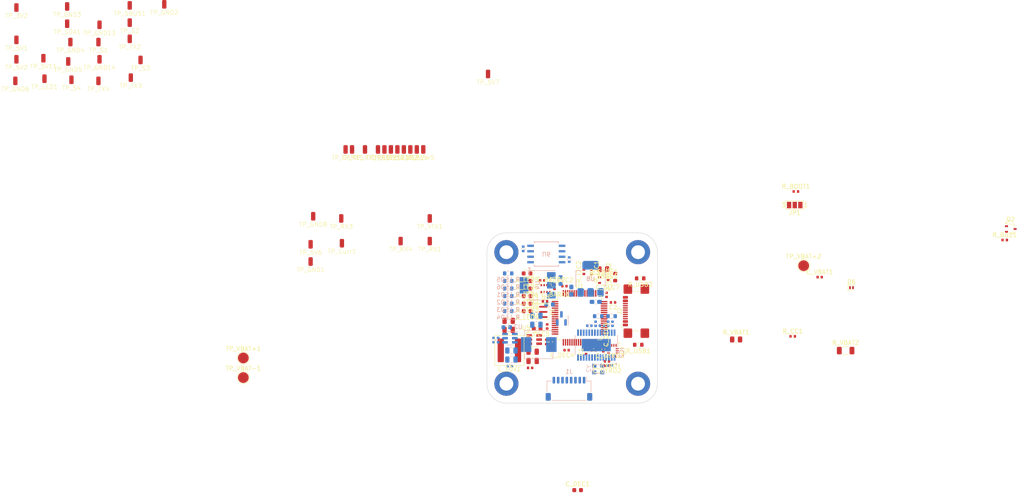
<source format=kicad_pcb>
(kicad_pcb (version 20241229) (generator "pcbnew") (generator_version "9.0")
  (layers (0 "F.Cu" signal) (4 "In1.Cu" power) (6 "In2.Cu" power) (2 "B.Cu" signal) (13 "F.Paste" user) (15 "B.Paste" user) (5 "F.SilkS" user "F.Silkscreen") (7 "B.SilkS" user "B.Silkscreen") (1 "F.Mask" user) (3 "B.Mask" user) (25 "Edge.Cuts" user))
  (net 0 "")
  (net 1 "/CAP1")
  (net 2 "GND")
  (net 3 "/CAP2")
  (net 4 "Net-(U5-CB)")
  (net 5 "+5V")
  (net 6 "+3.3V")
  (net 7 "Net-(U5-SW)")
  (net 8 "+10V")
  (net 9 "Net-(IC2-VOUT)")
  (net 10 "Net-(IC2-SAG)")
  (net 11 "/5V_OUT")
  (net 12 "Net-(IC2-VIN)")
  (net 13 "/VIN")
  (net 14 "Net-(U2-CB)")
  (net 15 "Net-(U2-SW)")
  (net 16 "/VBAT+")
  (net 17 "/5V_USB")
  (net 18 "+3.3V_GYRO")
  (net 19 "Net-(C_OSD2-Pad2)")
  (net 20 "/ADC_VBAT")
  (net 21 "Net-(D_LED1-A)")
  (net 22 "Net-(D_LED2-A)")
  (net 23 "Net-(D_LED3-A)")
  (net 24 "Net-(D_LED4-A)")
  (net 25 "Net-(D_LED5-A)")
  (net 26 "Net-(D_LED6-A)")
  (net 28 "/OSD_MOSI")
  (net 31 "/OSD_MISO")
  (net 32 "/OSD_SCLK")
  (net 34 "/TEL")
  (net 36 "/ADC_Curr")
  (net 39 "Net-(IC2-CLKIN)")
  (net 40 "Net-(IC2-XFB)")
  (net 41 "/OSD_CS")
  (net 49 "/BUZ-")
  (net 50 "Net-(Q2-B)")
  (net 51 "Net-(J2-CC1)")
  (net 52 "Net-(J2-CC2)")
  (net 53 "Net-(Q_SBUS1-B)")
  (net 54 "/UART1_TX")
  (net 55 "Net-(U5-FB)")
  (net 56 "/LED1")
  (net 57 "/VOUT")
  (net 58 "/D+")
  (net 59 "/SBUS")
  (net 60 "/D-")
  (net 61 "Net-(U2-FB)")
  (net 62 "/BOOT")
  (net 63 "/BUZ")
  (net 64 "Net-(R_CC1-Pad2)")
  (net 65 "/CC")
  (net 66 "/UART2_RX")
  (net 67 "/UART3_RX")
  (net 68 "/UART4_RX")
  (net 69 "/UART5_RX")
  (net 70 "/S1")
  (net 71 "/S2")
  (net 72 "/S3")
  (net 73 "/S4")
  (net 74 "Net-(U6-{slash}WP(IO2))")
  (net 75 "Net-(U6-{slash}HOLD_{slash}RESET)")
  (net 76 "/UART1_RX")
  (net 77 "/UART2_TX")
  (net 78 "/UART3_TX")
  (net 79 "/UART4_TX")
  (net 80 "/UART5_TX")
  (net 81 "/I2C2_SDA")
  (net 84 "/I2C2_SCL")
  (net 86 "/LED0")
  (net 87 "/LED_S")
  (net 88 "/BARO_SCL")
  (net 90 "/RES2")
  (net 91 "/GYRO_MISO")
  (net 92 "Net-(JP1-C)")
  (net 93 "/GYRO_SCLK")
  (net 94 "/GYRO_INT")
  (net 95 "/SWC")
  (net 96 "/RES1")
  (net 97 "/FLASH_SCLK")
  (net 99 "/FLASH_MISO")
  (net 100 "/FLASH_MOSI")
  (net 101 "/GYRO_MOSI")
  (net 102 "/FLASH_CS")
  (net 104 "/SWD")
  (net 106 "/BARO_SDA")
  (net 108 "/GYRO_CS")
  (footprint "Capacitor_SMD:C_0402_1005Metric" (layer "F.Cu") (at 135.25 96.65 180)
    (property "Reference" "CIN_10V3" (hide yes))
    (property "Value" "0.1u")
    (pad "1" smd roundrect (at -0.48 0 180) (size 0.56 0.62) (layers "F.Cu" "F.Mask" "F.Paste") (net 2 "GND"))
    (pad "2" smd roundrect (at 0.48 0 180) (size 0.56 0.62) (layers "F.Cu" "F.Mask" "F.Paste") (net 16 "/VBAT+"))
  )
  (footprint "Crystal:Resonator_SMD_Murata_CSTxExxV-3Pin_3.0x1.1mm" (layer "F.Cu") (at 138.3 83.675 -90)
    (property "Reference" "Y1" (at 0 -2 90) (layer "F.SilkS"))
    (property "Value" "8M")
    (pad "1" smd rect (at -1.2 0 270) (size 0.4 1.9) (layers "F.Cu" "F.Mask" "F.Paste") (net 96 "/RES1"))
    (pad "2" smd rect (at 0 0 270) (size 0.4 1.9) (layers "F.Cu" "F.Mask" "F.Paste") (net 2 "GND"))
    (pad "3" smd rect (at 1.2 0 270) (size 0.4 1.9) (layers "F.Cu" "F.Mask" "F.Paste") (net 90 "/RES2"))
  )
  (footprint "Resistor_SMD:R_0402_1005Metric" (layer "F.Cu") (at 140.05 90.64 90)
    (property "Reference" "RFBB_10V1" (hide yes))
    (property "Value" "6.2k")
    (pad "1" smd roundrect (at -0.51 0 90) (size 0.54 0.64) (layers "F.Cu" "F.Mask" "F.Paste") (net 55 "Net-(U5-FB)"))
    (pad "2" smd roundrect (at 0.51 0 90) (size 0.54 0.64) (layers "F.Cu" "F.Mask" "F.Paste") (net 2 "GND"))
  )
  (footprint "Resistor_SMD:R_0402_1005Metric" (layer "F.Cu") (at 196.81 55.75)
    (property "Reference" "R_BOOT1" (at 0 -1.17 0) (layer "F.SilkS"))
    (property "Value" "10k")
    (pad "1" smd roundrect (at -0.51 0) (size 0.54 0.64) (layers "F.Cu" "F.Mask" "F.Paste") (net 92 "Net-(JP1-C)"))
    (pad "2" smd roundrect (at 0.51 0) (size 0.54 0.64) (layers "F.Cu" "F.Mask" "F.Paste") (net 62 "/BOOT"))
  )
  (footprint "TestPoint:TestPoint_Pad_D2.5mm" (layer "F.Cu") (at 198.6175 72.96)
    (property "Reference" "TP_VBAT+2" (at 0 -2.148 0) (layer "F.SilkS"))
    (property "Value" "TestPoint")
    (pad "1" smd circle (at 0 0) (size 2.5 2.5) (layers "F.Cu" "F.Mask") (net 16 "/VBAT+"))
  )
  (footprint "Capacitor_SMD:C_0805_2012Metric" (layer "F.Cu") (at 135.83 92.9)
    (property "Reference" "CIN_10V1" (hide yes))
    (property "Value" "4.7u")
    (pad "1" smd roundrect (at -0.95 0) (size 1 1.45) (layers "F.Cu" "F.Mask" "F.Paste") (net 16 "/VBAT+"))
    (pad "2" smd roundrect (at 0.95 0) (size 1 1.45) (layers "F.Cu" "F.Mask" "F.Paste") (net 2 "GND"))
  )
  (footprint "Connector:Soldier_Pad" (layer "F.Cu") (at 42.5 19)
    (property "Reference" "TP_S2" (at 0 -0.5 0) (layer "F.SilkS") (effects (font (thickness 0.1))))
    (property "Value" "TestPoint")
    (pad "1" smd roundrect (at 0 -2.4) (size 1 2) (layers "F.Cu" "F.Mask" "F.Paste") (net 72 "/S3"))
  )
  (footprint "Resistor_SMD:R_0402_1005Metric" (layer "F.Cu") (at 139 90.64 -90)
    (property "Reference" "RFBT_10V1" (hide yes))
    (property "Value" "100k")
    (pad "1" smd roundrect (at -0.51 0 270) (size 0.54 0.64) (layers "F.Cu" "F.Mask" "F.Paste") (net 8 "+10V"))
    (pad "2" smd roundrect (at 0.51 0 270) (size 0.54 0.64) (layers "F.Cu" "F.Mask" "F.Paste") (net 55 "Net-(U5-FB)"))
  )
  (footprint "Package_TO_SOT_SMD:SOT-23-6" (layer "F.Cu") (at 136.1925 90.1)
    (property "Reference" "U5" (at -1.8925 -2.75 0) (layer "F.SilkS"))
    (property "Value" "LMR51430")
    (pad "1" smd roundrect (at -1.1375 -0.95) (size 1.325 0.6) (layers "F.Cu" "F.Mask" "F.Paste") (net 2 "GND"))
    (pad "2" smd roundrect (at -1.1375 0) (size 1.325 0.6) (layers "F.Cu" "F.Mask" "F.Paste") (net 7 "Net-(U5-SW)"))
    (pad "3" smd roundrect (at -1.1375 0.95) (size 1.325 0.6) (layers "F.Cu" "F.Mask" "F.Paste") (net 16 "/VBAT+"))
    (pad "4" smd roundrect (at 1.1375 0.95) (size 1.325 0.6) (layers "F.Cu" "F.Mask" "F.Paste") (net 55 "Net-(U5-FB)"))
    (pad "5" smd roundrect (at 1.1375 0) (size 1.325 0.6) (layers "F.Cu" "F.Mask" "F.Paste") (net 16 "/VBAT+"))
    (pad "6" smd roundrect (at 1.1375 -0.95) (size 1.325 0.6) (layers "F.Cu" "F.Mask" "F.Paste") (net 4 "Net-(U5-CB)"))
  )
  (footprint "Resistor_SMD:R_0805_2012Metric" (layer "F.Cu") (at 182.9675 90.07)
    (property "Reference" "R_VBAT1" (at 0 -1.65 0) (layer "F.SilkS"))
    (property "Value" "100K")
    (pad "1" smd roundrect (at -0.9125 0) (size 1.025 1.4) (layers "F.Cu" "F.Mask" "F.Paste") (roundrect_rratio 0.243902) (net 20 "/ADC_VBAT"))
    (pad "2" smd roundrect (at 0.9125 0) (size 1.025 1.4) (layers "F.Cu" "F.Mask" "F.Paste") (roundrect_rratio 0.243902) (net 16 "/VBAT+"))
  )
  (footprint "LED_SMD:LED_0603_1608Metric" (layer "F.Cu") (at 134.5375 76.5 180)
    (property "Reference" "D_LED6" (at 0 -1.43 0) (layer "F.SilkS"))
    (property "Value" "LED")
    (pad "1" smd roundrect (at -0.7875 0 180) (size 0.875 0.95) (layers "F.Cu" "F.Mask" "F.Paste") (net 2 "GND"))
    (pad "2" smd roundrect (at 0.7875 0 180) (size 0.875 0.95) (layers "F.Cu" "F.Mask" "F.Paste") (net 26 "Net-(D_LED6-A)"))
  )
  (footprint "MountingHole:MountingHole_3.2mm_M3_DIN965_Pad" (layer "F.Cu") (at 160.25 69.825)
    (property "Reference" "H2" (hide yes))
    (property "Value" "MountingHole_Pad")
    (pad "1" thru_hole circle (at 0 0) (size 5.6 5.6) (drill 3.2) (layers "*.Cu" "*.Mask") (net 2 "GND"))
  )
  (footprint "Connector:Soldier_Pad" (layer "F.Cu") (at 22.5 27.25)
    (property "Reference" "TP_5V11" (at 0 -0.5 0) (layer "F.SilkS") (effects (font (thickness 0.1))))
    (property "Value" "TestPoint")
    (pad "1" smd roundrect (at 0 -2.4) (size 1 2) (layers "F.Cu" "F.Mask" "F.Paste") (net 5 "+5V"))
  )
  (footprint "LED_SMD:LED_0603_1608Metric" (layer "F.Cu") (at 134.5375 81.75 180)
    (property "Reference" "D_LED3" (at 0 -1.43 0) (layer "F.SilkS"))
    (property "Value" "LED")
    (pad "1" smd roundrect (at -0.7875 0 180) (size 0.875 0.95) (layers "F.Cu" "F.Mask" "F.Paste") (net 2 "GND"))
    (pad "2" smd roundrect (at 0.7875 0 180) (size 0.875 0.95) (layers "F.Cu" "F.Mask" "F.Paste") (net 23 "Net-(D_LED3-A)"))
  )
  (footprint "Package_TO_SOT_SMD:SOT-323_SC-70" (layer "F.Cu") (at 152.325 76.3)
    (property "Reference" "Q_SBUS1" (at -0.05 -1.95 0) (layer "F.SilkS"))
    (property "Value" "BC817W")
    (pad "1" smd rect (at -1 -0.65 270) (size 0.45 0.7) (layers "F.Cu" "F.Mask" "F.Paste") (net 53 "Net-(Q_SBUS1-B)"))
    (pad "2" smd rect (at -1 0.65 270) (size 0.45 0.7) (layers "F.Cu" "F.Mask" "F.Paste") (net 2 "GND"))
    (pad "3" smd rect (at 1 0 270) (size 0.45 0.7) (layers "F.Cu" "F.Mask" "F.Paste") (net 54 "/UART1_TX"))
  )
  (footprint "LED_SMD:LED_0603_1608Metric" (layer "F.Cu") (at 134.5375 80 180)
    (property "Reference" "D_LED2" (at 0 -1.43 0) (layer "F.SilkS"))
    (property "Value" "LED")
    (pad "1" smd roundrect (at -0.7875 0 180) (size 0.875 0.95) (layers "F.Cu" "F.Mask" "F.Paste") (net 2 "GND"))
    (pad "2" smd roundrect (at 0.7875 0 180) (size 0.875 0.95) (layers "F.Cu" "F.Mask" "F.Paste") (net 22 "Net-(D_LED2-A)"))
  )
  (footprint "Connector:Soldier_Pad" (layer "F.Cu") (at 35.5 19.5)
    (property "Reference" "TP_GND13" (at 0 -0.5 0) (layer "F.SilkS") (effects (font (thickness 0.1))))
    (property "Value" "TestPoint")
    (pad "1" smd roundrect (at 0 -2.4) (size 1 2) (layers "F.Cu" "F.Mask" "F.Paste") (net 2 "GND"))
  )
  (footprint "Capacitor_SMD:C_0805_2012Metric" (layer "F.Cu") (at 130.28 87.85)
    (property "Reference" "COUT_10V2" (hide yes))
    (property "Value" "22u")
    (pad "1" smd roundrect (at -0.95 0) (size 1 1.45) (layers "F.Cu" "F.Mask" "F.Paste") (net 8 "+10V"))
    (pad "2" smd roundrect (at 0.95 0) (size 1 1.45) (layers "F.Cu" "F.Mask" "F.Paste") (net 2 "GND"))
  )
  (footprint "Connector:Soldier_Pad" (layer "F.Cu") (at 35.25 32.5)
    (property "Reference" "TP_TX4" (at 0 -0.5 0) (layer "F.SilkS") (effects (font (thickness 0.1))))
    (property "Value" "TestPoint")
    (pad "1" smd roundrect (at 0 -2.4) (size 1 2) (layers "F.Cu" "F.Mask" "F.Paste") (net 79 "/UART4_TX"))
  )
  (footprint "Connector:Soldier_Pad" (layer "F.Cu") (at 92.5 48.4)
    (property "Reference" "TP_CAM1" (at 0 -0.5 0) (layer "F.SilkS") (effects (font (thickness 0.1))))
    (property "Value" "TestPoint")
    (pad "1" smd roundrect (at 0 -2.4) (size 1 2) (layers "F.Cu" "F.Mask" "F.Paste") (net 13 "/VIN"))
  )
  (footprint "Capacitor_SMD:C_0402_1005Metric" (layer "F.Cu") (at 148.2 92.955 90)
    (property "Reference" "C1" (at 0 -1.16 90) (layer "F.SilkS"))
    (property "Value" "100n")
    (pad "1" smd roundrect (at -0.48 0 90) (size 0.56 0.62) (layers "F.Cu" "F.Mask" "F.Paste") (net 2 "GND"))
    (pad "2" smd roundrect (at 0.48 0 90) (size 0.56 0.62) (layers "F.Cu" "F.Mask" "F.Paste") (net 1 "/CAP1"))
  )
  (footprint "Capacitor_SMD:C_0402_1005Metric" (layer "F.Cu") (at 139.2 87.05 90)
    (property "Reference" "C_DEC5" (at -1.75 -2.25 180) (layer "F.SilkS"))
    (property "Value" "100n")
    (pad "1" smd roundrect (at -0.48 0 90) (size 0.56 0.62) (layers "F.Cu" "F.Mask" "F.Paste") (net 6 "+3.3V"))
    (pad "2" smd roundrect (at 0.48 0 90) (size 0.56 0.62) (layers "F.Cu" "F.Mask" "F.Paste") (net 2 "GND"))
  )
  (footprint "Connector:Soldier_Pad" (layer "F.Cu") (at 103 48.4)
    (property "Reference" "TP_5V12" (at 0 -0.5 0) (layer "F.SilkS") (effects (font (thickness 0.1))))
    (property "Value" "TestPoint")
    (pad "1" smd roundrect (at 0 -2.4) (size 1 2) (layers "F.Cu" "F.Mask" "F.Paste") (net 5 "+5V"))
  )
  (footprint "Connector:Soldier_Pad" (layer "F.Cu") (at 28.75 23.5)
    (property "Reference" "TP_GND4" (at 0 -0.5 0) (layer "F.SilkS") (effects (font (thickness 0.1))))
    (property "Value" "TestPoint")
    (pad "1" smd roundrect (at 0 -2.4) (size 1 2) (layers "F.Cu" "F.Mask" "F.Paste") (net 2 "GND"))
  )
  (footprint "Connector:Soldier_Pad" (layer "F.Cu") (at 16.25 27.5)
    (property "Reference" "TP_5V2" (at 0 -0.5 0) (layer "F.SilkS") (effects (font (thickness 0.1))))
    (property "Value" "TestPoint")
    (pad "1" smd roundrect (at 0 -2.4) (size 1 2) (layers "F.Cu" "F.Mask" "F.Paste") (net 5 "+5V"))
  )
  (footprint "Capacitor_SMD:C_0402_1005Metric" (layer "F.Cu") (at 140.9 77.875 90)
    (property "Reference" "C_BARO1" (at -1.75 0.25 180) (layer "F.SilkS"))
    (property "Value" "100n")
    (pad "1" smd roundrect (at -0.48 0 90) (size 0.56 0.62) (layers "F.Cu" "F.Mask" "F.Paste") (net 2 "GND"))
    (pad "2" smd roundrect (at 0.48 0 90) (size 0.56 0.62) (layers "F.Cu" "F.Mask" "F.Paste") (net 6 "+3.3V"))
  )
  (footprint "Capacitor_SMD:C_0603_1608Metric" (layer "F.Cu") (at 136.88 87.55 180)
    (property "Reference" "CBOOT_10V1" (hide yes))
    (property "Value" "0.1u")
    (pad "1" smd roundrect (at -0.775 0 180) (size 0.9 0.95) (layers "F.Cu" "F.Mask" "F.Paste") (net 4 "Net-(U5-CB)"))
    (pad "2" smd roundrect (at 0.775 0 180) (size 0.9 0.95) (layers "F.Cu" "F.Mask" "F.Paste") (net 7 "Net-(U5-SW)"))
  )
  (footprint "Resistor_SMD:R_0603_1608Metric" (layer "F.Cu") (at 154.95 75.6 90)
    (property "Reference" "R_SBUS2" (at 0 -1.43 90) (layer "F.SilkS"))
    (property "Value" "10k")
    (pad "1" smd roundrect (at -0.825 0 90) (size 0.8 0.95) (layers "F.Cu" "F.Mask" "F.Paste") (net 5 "+5V"))
    (pad "2" smd roundrect (at 0.825 0 90) (size 0.8 0.95) (layers "F.Cu" "F.Mask" "F.Paste") (net 54 "/UART1_TX"))
  )
  (footprint "Connector:Soldier_Pad" (layer "F.Cu") (at 84.4 74.4)
    (property "Reference" "TP_GND1" (at 0 -0.5 0) (layer "F.SilkS") (effects (font (thickness 0.1))))
    (property "Value" "TestPoint")
    (pad "1" smd roundrect (at 0 -2.4) (size 1 2) (layers "F.Cu" "F.Mask" "F.Paste") (net 2 "GND"))
  )
  (footprint "Connector:Soldier_Pad" (layer "F.Cu") (at 91.65 70.15)
    (property "Reference" "TP_Curr1" (at 0 -0.5 0) (layer "F.SilkS") (effects (font (thickness 0.1))))
    (property "Value" "TestPoint")
    (pad "1" smd roundrect (at 0 -2.4) (size 1 2) (layers "F.Cu" "F.Mask" "F.Paste") (net 36 "/ADC_Curr"))
  )
  (footprint "TestPoint:TestPoint_Pad_D2.5mm" (layer "F.Cu") (at 68.81 94.355)
    (property "Reference" "TP_VBAT+1" (at 0 -2.148 0) (layer "F.SilkS"))
    (property "Value" "TestPoint")
    (pad "1" smd circle (at 0 0) (size 2.5 2.5) (layers "F.Cu" "F.Mask") (net 16 "/VBAT+"))
  )
  (footprint "TestPoint:TestPoint_Pad_D2.5mm" (layer "F.Cu") (at 68.81 98.905)
    (property "Reference" "TP_VBAT-1" (at 0 -2.148 0) (layer "F.SilkS"))
    (property "Value" "TestPoint")
    (pad "1" smd circle (at 0 0) (size 2.5 2.5) (layers "F.Cu" "F.Mask") (net 2 "GND"))
  )
  (footprint "Resistor_SMD:R_0402_1005Metric" (layer "F.Cu") (at 245.19 67)
    (property "Reference" "R_BUZ1" (at 0 -1.17 0) (layer "F.SilkS"))
    (property "Value" "1k")
    (pad "1" smd roundrect (at -0.51 0) (size 0.54 0.64) (layers "F.Cu" "F.Mask" "F.Paste") (net 63 "/BUZ"))
    (pad "2" smd roundrect (at 0.51 0) (size 0.54 0.64) (layers "F.Cu" "F.Mask" "F.Paste") (net 50 "Net-(Q2-B)"))
  )
  (footprint "Capacitor_SMD:C_0805_2012Metric" (layer "F.Cu") (at 135.83 95.05)
    (property "Reference" "CIN_10V2" (hide yes))
    (property "Value" "4.7u")
    (pad "1" smd roundrect (at -0.95 0) (size 1 1.45) (layers "F.Cu" "F.Mask" "F.Paste") (net 16 "/VBAT+"))
    (pad "2" smd roundrect (at 0.95 0) (size 1 1.45) (layers "F.Cu" "F.Mask" "F.Paste") (net 2 "GND"))
  )
  (footprint "Connector:Soldier_Pad" (layer "F.Cu") (at 109 48.4)
    (property "Reference" "TP_5V4" (at 0 -0.5 0) (layer "F.SilkS") (effects (font (thickness 0.1))))
    (property "Value" "TestPoint")
    (pad "1" smd roundrect (at 0 -2.4) (size 1 2) (layers "F.Cu" "F.Mask" "F.Paste") (net 5 "+5V"))
  )
  (footprint "Capacitor_SMD:C_0805_2012Metric" (layer "F.Cu") (at 130.28 85.75)
    (property "Reference" "COUT_10V1" (hide yes))
    (property "Value" "22u")
    (pad "1" smd roundrect (at -0.95 0) (size 1 1.45) (layers "F.Cu" "F.Mask" "F.Paste") (net 8 "+10V"))
    (pad "2" smd roundrect (at 0.95 0) (size 1 1.45) (layers "F.Cu" "F.Mask" "F.Paste") (net 2 "GND"))
  )
  (footprint "Resistor_SMD:R_0402_1005Metric" (layer "F.Cu") (at 147.7 74.375 90)
    (property "Reference" "R_I2C2" (at 0 -1.17 90) (layer "F.SilkS"))
    (property "Value" "5.1k")
    (pad "1" smd roundrect (at -0.51 0 90) (size 0.54 0.64) (layers "F.Cu" "F.Mask" "F.Paste") (net 84 "/I2C2_SCL"))
    (pad "2" smd roundrect (at 0.51 0 90) (size 0.54 0.64) (layers "F.Cu" "F.Mask" "F.Paste") (net 6 "+3.3V"))
  )
  (footprint "MountingHole:MountingHole_3.2mm_M3_DIN965_Pad" (layer "F.Cu") (at 129.75 69.825)
    (property "Reference" "H1" (hide yes))
    (property "Value" "MountingHole_Pad")
    (pad "1" thru_hole circle (at 0 0) (size 5.6 5.6) (drill 3.2) (layers "*.Cu" "*.Mask") (net 2 "GND"))
  )
  (footprint "Connector:Soldier_Pad" (layer "F.Cu") (at 112 69.65)
    (property "Reference" "TP_RX1" (at 0 -0.5 0) (layer "F.SilkS") (effects (font (thickness 0.1))))
    (property "Value" "TestPoint")
    (pad "1" smd roundrect (at 0 -2.4) (size 1 2) (layers "F.Cu" "F.Mask" "F.Paste") (net 76 "/UART1_RX"))
  )
  (footprint "Connector:Soldier_Pad" (layer "F.Cu") (at 50.5 14.75)
    (property "Reference" "TP_GND2" (at 0 -0.5 0) (layer "F.SilkS") (effects (font (thickness 0.1))))
    (property "Value" "TestPoint")
    (pad "1" smd roundrect (at 0 -2.4) (size 1 2) (layers "F.Cu" "F.Mask" "F.Paste") (net 2 "GND"))
  )
  (footprint "Connector:Soldier_Pad" (layer "F.Cu") (at 28 19.25)
    (property "Reference" "TP_SDA1" (at 0 -0.5 0) (layer "F.SilkS") (effects (font (thickness 0.1))))
    (property "Value" "TestPoint")
    (pad "1" smd roundrect (at 0 -2.4) (size 1 2) (layers "F.Cu" "F.Mask" "F.Paste") (net 81 "/I2C2_SDA"))
  )
  (footprint "Connector:Soldier_Pad" (layer "F.Cu") (at 91.5 64.4)
    (property "Reference" "TP_RX3" (at 0 -0.5 0) (layer "F.SilkS") (effects (font (thickness 0.1))))
    (property "Value" "TestPoint")
    (pad "1" smd roundrect (at 0 -2.4) (size 1 2) (layers "F.Cu" "F.Mask" "F.Paste") (net 67 "/UART3_RX"))
  )
  (footprint "Connector:Soldier_Pad" (layer "F.Cu") (at 97 48.4)
    (property "Reference" "TP_RX2" (at 0 -0.5 0) (layer "F.SilkS") (effects (font (thickness 0.1))))
    (property "Value" "TestPoint")
    (pad "1" smd roundrect (at 0 -2.4) (size 1 2) (layers "F.Cu" "F.Mask" "F.Paste") (net 66 "/UART2_RX"))
  )
  (footprint "Capacitor_SMD:C_0603_1608Metric" (layer "F.Cu") (at 146.25 125)
    (property "Reference" "C_DEC1" (at 0 -1.43 0) (layer "F.SilkS"))
    (property "Value" "10u")
    (pad "1" smd roundrect (at -0.775 0) (size 0.9 0.95) (layers "F.Cu" "F.Mask" "F.Paste") (net 6 "+3.3V"))
    (pad "2" smd roundrect (at 0.775 0) (size 0.9 0.95) (layers "F.Cu" "F.Mask" "F.Paste") (net 2 "GND"))
  )
  (footprint "Capacitor_SMD:C_0402_1005Metric" (layer "F.Cu") (at 154.45 81.475 180)
    (property "Reference" "C2" (at 0 -1.16 0) (layer "F.SilkS"))
    (property "Value" "100n")
    (pad "1" smd roundrect (at -0.48 0 180) (size 0.56 0.62) (layers "F.Cu" "F.Mask" "F.Paste") (net 2 "GND"))
    (pad "2" smd roundrect (at 0.48 0 180) (size 0.56 0.62) (layers "F.Cu" "F.Mask" "F.Paste") (net 3 "/CAP2"))
  )
  (footprint "Connector:Soldier_Pad" (layer "F.Cu") (at 94 48.4)
    (property "Reference" "TP_TX5" (at 0 -0.5 0) (layer "F.SilkS") (effects (font (thickness 0.1))))
    (property "Value" "TestPoint")
    (pad "1" smd roundrect (at 0 -2.4) (size 1 2) (layers "F.Cu" "F.Mask" "F.Paste") (net 80 "/UART5_TX"))
  )
  (footprint "Capacitor_SMD:C_0402_1005Metric" (layer "F.Cu") (at 138.7 81.225 180)
    (property "Reference" "C_DEC6" (at 2.2 -0.8 90) (layer "F.SilkS"))
    (property "Value" "100n")
    (pad "1" smd roundrect (at -0.48 0 180) (size 0.56 0.62) (layers "F.Cu" "F.Mask" "F.Paste") (net 6 "+3.3V"))
    (pad "2" smd roundrect (at 0.48 0 180) (size 0.56 0.62) (layers "F.Cu" "F.Mask" "F.Paste") (net 2 "GND"))
  )
  (footprint "Connector:Soldier_Pad" (layer "F.Cu") (at 107.5 48.4)
    (property "Reference" "TP_Buz1" (at 0 -0.5 0) (layer "F.SilkS") (effects (font (thickness 0.1))))
    (property "Value" "TestPoint")
    (pad "1" smd roundrect (at 0 -2.4) (size 1 2) (layers "F.Cu" "F.Mask" "F.Paste") (net 49 "/BUZ-"))
  )
  (footprint "Connector:Soldier_Pad" (layer "F.Cu") (at 100 48.4)
    (property "Reference" "TP_RX5" (at 0 -0.5 0) (layer "F.SilkS") (effects (font (thickness 0.1))))
    (property "Value" "TestPoint")
    (pad "1" smd roundrect (at 0 -2.4) (size 1 2) (layers "F.Cu" "F.Mask" "F.Paste") (net 69 "/UART5_RX"))
  )
  (footprint "Connector:Soldier_Pad" (layer "F.Cu") (at 45 27.65)
    (property "Reference" "TP_S3" (at 0 -0.5 0) (layer "F.SilkS") (effects (font (thickness 0.1))))
    (property "Value" "TestPoint")
    (pad "1" smd roundrect (at 0 -2.4) (size 1 2) (layers "F.Cu" "F.Mask" "F.Paste") (net 71 "/S2"))
  )
  (footprint "Resistor_SMD:R_1206_3216Metric" (layer "F.Cu") (at 208.3375 92.65)
    (property "Reference" "R_VBAT2" (at 0 -1.83 0) (layer "F.SilkS"))
    (property "Value" "10K")
    (pad "1" smd roundrect (at -1.4625 0) (size 1.125 1.75) (layers "F.Cu" "F.Mask" "F.Paste") (roundrect_rratio 0.222222) (net 20 "/ADC_VBAT"))
    (pad "2" smd roundrect (at 1.4625 0) (size 1.125 1.75) (layers "F.Cu" "F.Mask" "F.Paste") (roundrect_rratio 0.222222) (net 2 "GND"))
  )
  (footprint "Package_QFP:LQFP-64_10x10mm_P0.5mm" (layer "F.Cu") (at 146.7 85.05)
    (property "Reference" "U1" (at 0 -7.4 0) (layer "F.SilkS"))
    (property "Value" "AT32F435RGT7")
    (pad "1" smd roundrect (at -5.675 -3.75) (size 1.55 0.3) (layers "F.Cu" "F.Mask" "F.Paste") (net 6 "+3.3V"))
    (pad "2" smd roundrect (at -5.675 -3.25) (size 1.55 0.3) (layers "F.Cu" "F.Mask" "F.Paste") (net 63 "/BUZ"))
    (pad "3" smd roundrect (at -5.675 -2.75) (size 1.55 0.3) (layers "F.Cu" "F.Mask" "F.Paste"))
    (pad "4" smd roundrect (at -5.675 -2.25) (size 1.55 0.3) (layers "F.Cu" "F.Mask" "F.Paste"))
    (pad "5" smd roundrect (at -5.675 -1.75) (size 1.55 0.3) (layers "F.Cu" "F.Mask" "F.Paste") (net 96 "/RES1"))
    (pad "6" smd roundrect (at -5.675 -1.25) (size 1.55 0.3) (layers "F.Cu" "F.Mask" "F.Paste") (net 90 "/RES2"))
    (pad "7" smd roundrect (at -5.675 -0.75) (size 1.55 0.3) (layers "F.Cu" "F.Mask" "F.Paste"))
    (pad "8" smd roundrect (at -5.675 -0.25) (size 1.55 0.3) (layers "F.Cu" "F.Mask" "F.Paste"))
    (pad "9" smd roundrect (at -5.675 0.25) (size 1.55 0.3) (layers "F.Cu" "F.Mask" "F.Paste") (net 20 "/ADC_VBAT"))
    (pad "10" smd roundrect (at -5.675 0.75) (size 1.55 0.3) (layers "F.Cu" "F.Mask" "F.Paste"))
    (pad "11" smd roundrect (at -5.675 1.25) (size 1.55 0.3) (layers "F.Cu" "F.Mask" "F.Paste") (net 36 "/ADC_Curr"))
    (pad "12" smd roundrect (at -5.675 1.75) (size 1.55 0.3) (layers "F.Cu" "F.Mask" "F.Paste") (net 2 "GND"))
    (pad "13" smd roundrect (at -5.675 2.25) (size 1.55 0.3) (layers "F.Cu" "F.Mask" "F.Paste") (net 6 "+3.3V"))
    (pad "14" smd roundrect (at -5.675 2.75) (size 1.55 0.3) (layers "F.Cu" "F.Mask" "F.Paste") (net 79 "/UART4_TX"))
    (pad "15" smd roundrect (at -5.675 3.25) (size 1.55 0.3) (layers "F.Cu" "F.Mask" "F.Paste") (net 68 "/UART4_RX"))
    (pad "16" smd roundrect (at -5.675 3.75) (size 1.55 0.3) (layers "F.Cu" "F.Mask" "F.Paste") (net 77 "/UART2_TX"))
    (pad "17" smd roundrect (at -3.75 5.675) (size 0.3 1.55) (layers "F.Cu" "F.Mask" "F.Paste") (net 66 "/UART2_RX"))
    (pad "18" smd roundrect (at -3.25 5.675) (size 0.3 1.55) (layers "F.Cu" "F.Mask" "F.Paste") (net 2 "GND"))
    (pad "19" smd roundrect (at -2.75 5.675) (size 0.3 1.55) (layers "F.Cu" "F.Mask" "F.Paste") (net 6 "+3.3V"))
    (pad "20" smd roundrect (at -2.25 5.675) (size 0.3 1.55) (layers "F.Cu" "F.Mask" "F.Paste") (net 108 "/GYRO_CS"))
    (pad "21" smd roundrect (at -1.75 5.675) (size 0.3 1.55) (layers "F.Cu" "F.Mask" "F.Paste") (net 32 "/OSD_SCLK"))
    (pad "22" smd roundrect (at -1.25 5.675) (size 0.3 1.55) (layers "F.Cu" "F.Mask" "F.Paste") (net 31 "/OSD_MISO"))
    (pad "23" smd roundrect (at -0.75 5.675) (size 0.3 1.55) (layers "F.Cu" "F.Mask" "F.Paste") (net 28 "/OSD_MOSI"))
    (pad "24" smd roundrect (at -0.25 5.675) (size 0.3 1.55) (layers "F.Cu" "F.Mask" "F.Paste") (net 94 "/GYRO_INT"))
    (pad "25" smd roundrect (at 0.25 5.675) (size 0.3 1.55) (layers "F.Cu" "F.Mask" "F.Paste"))
    (pad "26" smd roundrect (at 0.75 5.675) (size 0.3 1.55) (layers "F.Cu" "F.Mask" "F.Paste") (net 86 "/LED0"))
    (pad "27" smd roundrect (at 1.25 5.675) (size 0.3 1.55) (layers "F.Cu" "F.Mask" "F.Paste") (net 56 "/LED1"))
    (pad "28" smd roundrect (at 1.75 5.675) (size 0.3 1.55) (layers "F.Cu" "F.Mask" "F.Paste"))
    (pad "29" smd roundrect (at 2.25 5.675) (size 0.3 1.55) (layers "F.Cu" "F.Mask" "F.Paste") (net 84 "/I2C2_SCL"))
    (pad "30" smd roundrect (at 2.75 5.675) (size 0.3 1.55) (layers "F.Cu" "F.Mask" "F.Paste") (net 81 "/I2C2_SDA"))
    (pad "31" smd roundrect (at 3.25 5.675) (size 0.3 1.55) (layers "F.Cu" "F.Mask" "F.Paste") (net 1 "/CAP1"))
    (pad "32" smd roundrect (at 3.75 5.675) (size 0.3 1.55) (layers "F.Cu" "F.Mask" "F.Paste") (net 6 "+3.3V"))
    (pad "33" smd roundrect (at 5.675 3.75) (size 1.55 0.3) (layers "F.Cu" "F.Mask" "F.Paste") (net 102 "/FLASH_CS"))
    (pad "34" smd roundrect (at 5.675 3.25) (size 1.55 0.3) (layers "F.Cu" "F.Mask" "F.Paste") (net 93 "/GYRO_SCLK"))
    (pad "35" smd roundrect (at 5.675 2.75) (size 1.55 0.3) (layers "F.Cu" "F.Mask" "F.Paste") (net 91 "/GYRO_MISO"))
    (pad "36" smd roundrect (at 5.675 2.25) (size 1.55 0.3) (layers "F.Cu" "F.Mask" "F.Paste") (net 101 "/GYRO_MOSI"))
    (pad "37" smd roundrect (at 5.675 1.75) (size 1.55 0.3) (layers "F.Cu" "F.Mask" "F.Paste") (net 70 "/S1"))
    (pad "38" smd roundrect (at 5.675 1.25) (size 1.55 0.3) (layers "F.Cu" "F.Mask" "F.Paste") (net 71 "/S2"))
    (pad "39" smd roundrect (at 5.675 0.75) (size 1.55 0.3) (layers "F.Cu" "F.Mask" "F.Paste") (net 72 "/S3"))
    (pad "40" smd roundrect (at 5.675 0.25) (size 1.55 0.3) (layers "F.Cu" "F.Mask" "F.Paste") (net 73 "/S4"))
    (pad "41" smd roundrect (at 5.675 -0.25) (size 1.55 0.3) (layers "F.Cu" "F.Mask" "F.Paste") (net 87 "/LED_S"))
    (pad "42" smd roundrect (at 5.675 -0.75) (size 1.55 0.3) (layers "F.Cu" "F.Mask" "F.Paste") (net 65 "/CC"))
    (pad "43" smd roundrect (at 5.675 -1.25) (size 1.55 0.3) (layers "F.Cu" "F.Mask" "F.Paste"))
    (pad "44" smd roundrect (at 5.675 -1.75) (size 1.55 0.3) (layers "F.Cu" "F.Mask" "F.Paste") (net 60 "/D-"))
    (pad "45" smd roundrect (at 5.675 -2.25) (size 1.55 0.3) (layers "F.Cu" "F.Mask" "F.Paste") (net 58 "/D+"))
    (pad "46" smd roundrect (at 5.675 -2.75) (size 1.55 0.3) (layers "F.Cu" "F.Mask" "F.Paste") (net 104 "/SWD"))
    (pad "47" smd roundrect (at 5.675 -3.25) (size 1.55 0.3) (layers "F.Cu" "F.Mask" "F.Paste") (net 3 "/CAP2"))
    (pad "48" smd roundrect (at 5.675 -3.75) (size 1.55 0.3) (layers "F.Cu" "F.Mask" "F.Paste") (net 6 "+3.3V"))
    (pad "49" smd roundrect (at 3.75 -5.675) (size 0.3 1.55) (layers "F.Cu" "F.Mask" "F.Paste") (net 95 "/SWC"))
    (pad "50" smd roundrect (at 3.25 -5.675) (size 0.3 1.55) (layers "F.Cu" "F.Mask" "F.Paste") (net 41 "/OSD_CS"))
    (pad "51" smd roundrect (at 2.75 -5.675) (size 0.3 1.55) (layers "F.Cu" "F.Mask" "F.Paste") (net 78 "/UART3_TX"))
    (pad "52" smd roundrect (at 2.25 -5.675) (size 0.3 1.55) (layers "F.Cu" "F.Mask" "F.Paste") (net 67 "/UART3_RX"))
    (pad "53" smd roundrect (at 1.75 -5.675) (size 0.3 1.55) (layers "F.Cu" "F.Mask" "F.Paste") (net 80 "/UART5_TX"))
    (pad "54" smd roundrect (at 1.25 -5.675) (size 0.3 1.55) (layers "F.Cu" "F.Mask" "F.Paste") (net 69 "/UART5_RX"))
    (pad "55" smd roundrect (at 0.75 -5.675) (size 0.3 1.55) (layers "F.Cu" "F.Mask" "F.Paste") (net 97 "/FLASH_SCLK"))
    (pad "56" smd roundrect (at 0.25 -5.675) (size 0.3 1.55) (layers "F.Cu" "F.Mask" "F.Paste") (net 99 "/FLASH_MISO"))
    (pad "57" smd roundrect (at -0.25 -5.675) (size 0.3 1.55) (layers "F.Cu" "F.Mask" "F.Paste") (net 100 "/FLASH_MOSI"))
    (pad "58" smd roundrect (at -0.75 -5.675) (size 0.3 1.55) (layers "F.Cu" "F.Mask" "F.Paste") (net 54 "/UART1_TX"))
    (pad "59" smd roundrect (at -1.25 -5.675) (size 0.3 1.55) (layers "F.Cu" "F.Mask" "F.Paste") (net 76 "/UART1_RX"))
    (pad "60" smd roundrect (at -1.75 -5.675) (size 0.3 1.55) (layers "F.Cu" "F.Mask" "F.Paste") (net 62 "/BOOT"))
    (pad "61" smd roundrect (at -2.25 -5.675) (size 0.3 1.55) (layers "F.Cu" "F.Mask" "F.Paste") (net 88 "/BARO_SCL"))
    (pad "62" smd roundrect (at -2.75 -5.675) (size 0.3 1.55) (layers "F.Cu" "F.Mask" "F.Paste") (net 106 "/BARO_SDA"))
    (pad "63" smd roundrect (at -3.25 -5.675) (size 0.3 1.55) (layers "F.Cu" "F.Mask" "F.Paste") (net 2 "GND"))
    (pad "64" smd roundrect (at -3.75 -5.675) (size 0.3 1.55) (layers "F.Cu" "F.Mask" "F.Paste") (net 6 "+3.3V"))
  )
  (footprint "Connector:Soldier_Pad" (layer "F.Cu") (at 16 32.5)
    (property "Reference" "TP_GND6" (at 0 -0.5 0) (layer "F.SilkS") (effects (font (thickness 0.1))))
    (property "Value" "TestPoint")
    (pad "1" smd roundrect (at 0 -2.4) (size 1 2) (layers "F.Cu" "F.Mask" "F.Paste") (net 2 "GND"))
  )
  (footprint "Connector:Soldier_Pad" (layer "F.Cu") (at 112 64.4)
    (property "Reference" "TP_VTX1" (at 0 -0.5 0) (layer "F.SilkS") (effects (font (thickness 0.1))))
    (property "Value" "TestPoint")
    (pad "1" smd roundrect (at 0 -2.4) (size 1 2) (layers "F.Cu" "F.Mask" "F.Paste") (net 57 "/VOUT"))
  )
  (footprint "MountingHole:MountingHole_3.2mm_M3_DIN965_Pad" (layer "F.Cu") (at 160.25 100.325)
    (property "Reference" "H4" (hide yes))
    (property "Value" "MountingHole_Pad")
    (pad "1" thru_hole circle (at 0 0) (size 5.6 5.6) (drill 3.2) (layers "*.Cu" "*.Mask") (net 2 "GND"))
  )
  (footprint "Connector:Soldier_Pad" (layer "F.Cu") (at 35.5 27.5)
    (property "Reference" "TP_GND14" (at 0 -0.5 0) (layer "F.SilkS") (effects (font (thickness 0.1))))
    (property "Value" "TestPoint")
    (pad "1" smd roundrect (at 0 -2.4) (size 1 2) (layers "F.Cu" "F.Mask" "F.Paste") (net 2 "GND"))
  )
  (footprint "Package_TO_SOT_SMD:SOT-323_SC-70" (layer "F.Cu") (at 246.6 64.45)
    (property "Reference" "Q2" (at -0.05 -2.25 0) (layer "F.SilkS"))
    (property "Value" "BC817W")
    (pad "1" smd roundrect (at -1 -0.65 270) (size 0.45 0.7) (layers "F.Cu" "F.Mask" "F.Paste") (net 50 "Net-(Q2-B)"))
    (pad "2" smd roundrect (at -1 0.65 270) (size 0.45 0.7) (layers "F.Cu" "F.Mask" "F.Paste") (net 2 "GND"))
    (pad "3" smd roundrect (at 1 0 270) (size 0.45 0.7) (layers "F.Cu" "F.Mask" "F.Paste") (net 49 "/BUZ-"))
  )
  (footprint "Capacitor_SMD:C_0402_1005Metric" (layer "F.Cu") (at 143.7 92.55 180)
    (property "Reference" "C_DEC4" (at 1 -1.16 0) (layer "F.SilkS"))
    (property "Value" "100n")
    (pad "1" smd roundrect (at -0.48 0 180) (size 0.56 0.62) (layers "F.Cu" "F.Mask" "F.Paste") (net 6 "+3.3V"))
    (pad "2" smd roundrect (at 0.48 0 180) (size 0.56 0.62) (layers "F.Cu" "F.Mask" "F.Paste") (net 2 "GND"))
  )
  (footprint "Connector:Soldier_Pad" (layer "F.Cu") (at 110.5 48.4)
    (property "Reference" "TP_5V5" (at 0 -0.5 0) (layer "F.SilkS") (effects (font (thickness 0.1))))
    (property "Value" "TestPoint")
    (pad "1" smd roundrect (at 0 -2.4) (size 1 2) (layers "F.Cu" "F.Mask" "F.Paste") (net 5 "+5V"))
  )
  (footprint "LED_SMD:LED_0603_1608Metric" (layer "F.Cu") (at 134.5375 83.5 180)
    (property "Reference" "D_LED4" (at 0 -1.43 0) (layer "F.SilkS"))
    (property "Value" "LED")
    (pad "1" smd roundrect (at -0.7875 0 180) (size 0.875 0.95) (layers "F.Cu" "F.Mask" "F.Paste") (net 2 "GND"))
    (pad "2" smd roundrect (at 0.7875 0 180) (size 0.875 0.95) (layers "F.Cu" "F.Mask" "F.Paste") (net 24 "Net-(D_LED4-A)"))
  )
  (footprint "Package_LGA:Bosch_LGA-14_3x2.5mm_P0.5mm" (layer "F.Cu") (at 154.4 92.7 -90)
    (property "Reference" "U7" (at 0 -2.5 90) (layer "F.SilkS"))
    (property "Value" "ICM-42688-P")
    (pad "1" smd rect (at -1.2625 -0.75 270) (size 0.675 0.25) (layers "F.Cu" "F.Mask" "F.Paste") (net 91 "/GYRO_MISO"))
    (pad "2" smd rect (at -1.2625 -0.25 270) (size 0.675 0.25) (layers "F.Cu" "F.Mask" "F.Paste"))
    (pad "3" smd rect (at -1.2625 0.25 270) (size 0.675 0.25) (layers "F.Cu" "F.Mask" "F.Paste"))
    (pad "4" smd rect (at -1.2625 0.75 270) (size 0.675 0.25) (layers "F.Cu" "F.Mask" "F.Paste") (net 94 "/GYRO_INT"))
    (pad "5" smd rect (at -0.5 1.0125 270) (size 0.25 0.675) (layers "F.Cu" "F.Mask" "F.Paste") (net 18 "+3.3V_GYRO"))
    (pad "6" smd rect (at 0 1.0125 270) (size 0.25 0.675) (layers "F.Cu" "F.Mask" "F.Paste") (net 2 "GND"))
    (pad "7" smd rect (at 0.5 1.0125 270) (size 0.25 0.675) (layers "F.Cu" "F.Mask" "F.Paste"))
    (pad "8" smd rect (at 1.2625 0.75 270) (size 0.675 0.25) (layers "F.Cu" "F.Mask" "F.Paste") (net 6 "+3.3V"))
    (pad "9" smd rect (at 1.2625 0.25 270) (size 0.675 0.25) (layers "F.Cu" "F.Mask" "F.Paste"))
    (pad "10" smd rect (at 1.2625 -0.25 270) (size 0.675 0.25) (layers "F.Cu" "F.Mask" "F.Paste"))
    (pad "11" smd rect (at 1.2625 -0.75 270) (size 0.675 0.25) (layers "F.Cu" "F.Mask" "F.Paste"))
    (pad "12" smd rect (at 0.5 -1.0125 270) (size 0.25 0.675) (layers "F.Cu" "F.Mask" "F.Paste") (net 108 "/GYRO_CS"))
    (pad "13" smd rect (at 0 -1.0125 270) (size 0.25 0.675) (layers "F.Cu" "F.Mask" "F.Paste") (net 93 "/GYRO_SCLK"))
    (pad "14" smd rect (at -0.5 -1.0125 270) (size 0.25 0.675) (layers "F.Cu" "F.Mask" "F.Paste") (net 101 "/GYRO_MOSI"))
  )
  (footprint "Capacitor_SMD:C_0402_1005Metric" (layer "F.Cu") (at 138.05 76.375)
    (property "Reference" "C_BARO2" (at 2.02 -0.2 0) (layer "F.SilkS"))
    (property "Value" "100n")
    (pad "1" smd roundrect (at -0.48 0) (size 0.56 0.62) (layers "F.Cu" "F.Mask" "F.Paste") (net 2 "GND"))
    (pad "2" smd roundrect (at 0.48 0) (size 0.56 0.62) (layers "F.Cu" "F.Mask" "F.Paste") (net 6 "+3.3V"))
  )
  (footprint "Connector:Soldier_Pad" (layer "F.Cu") (at 84.4 70.4)
    (property "Reference" "TP_5V6" (at 0 -0.5 0) (layer "F.SilkS") (effects (font (thickness 0.1))))
    (property "Value" "TestPoint")
    (pad "1" smd roundrect (at 0 -2.4) (size 1 2) (layers "F.Cu" "F.Mask" "F.Paste") (net 5 "+5V"))
  )
  (footprint "LED_SMD:LED_0603_1608Metric" (layer "F.Cu") (at 134.5375 78.25 180)
    (property "Reference" "D_LED1" (at 0 -1.43 0) (layer "F.SilkS"))
    (property "Value" "LED")
    (pad "1" smd roundrect (at -0.7875 0 180) (size 0.875 0.95) (layers "F.Cu" "F.Mask" "F.Paste") (net 2 "GND"))
    (pad "2" smd roundrect (at 0.7875 0 180) (size 0.875 0.95) (layers "F.Cu" "F.Mask" "F.Paste") (net 21 "Net-(D_LED1-A)"))
  )
  (footprint "Diode_SMD:D_SOD-882" (layer "F.Cu") (at 209.7 78.05)
    (property "Reference" "D6" (at 0 -1.35 0) (layer "F.SilkS"))
    (property "Value" "PESD1CANFD36LS-Q")
    (pad "1" smd roundrect (at -0.35 0) (size 0.4 0.7) (layers "F.Cu" "F.Mask") (roundrect_rratio 0.125) (net 16 "/VBAT+"))
    (pad "2" smd roundrect (at 0.35 0) (size 0.4 0.7) (layers "F.Cu" "F.Mask") (roundrect_rratio 0.125) (net 2 "GND"))
  )
  (footprint "Resistor_SMD:R_0805_2012Metric" (layer "F.Cu") (at 152.2 73.8 180)
    (property "Reference" "R_SBUS1" (at 0 -1.65 0) (layer "F.SilkS"))
    (property "Value" "4.7k")
    (pad "1" smd roundrect (at -0.9125 0 180) (size 1.025 1.4) (layers "F.Cu" "F.Mask" "F.Paste") (roundrect_rratio 0.243902) (net 59 "/SBUS"))
    (pad "2" smd roundrect (at 0.9125 0 180) (size 1.025 1.4) (layers "F.Cu" "F.Mask" "F.Paste") (roundrect_rratio 0.243902) (net 53 "Net-(Q_SBUS1-B)"))
  )
  (footprint "Resistor_SMD:R_0603_1608Metric" (layer "F.Cu") (at 160.3 91.3 180)
    (property "Reference" "R_USB1" (at 0 -1.43 0) (layer "F.SilkS"))
    (property "Value" "5.1k")
    (pad "1" smd roundrect (at -0.825 0 180) (size 0.8 0.95) (layers "F.Cu" "F.Mask" "F.Paste") (net 51 "Net-(J2-CC1)"))
    (pad "2" smd roundrect (at 0.825 0 180) (size 0.8 0.95) (layers "F.Cu" "F.Mask" "F.Paste") (net 2 "GND"))
  )
  (footprint "Connector:Soldier_Pad" (layer "F.Cu") (at 29 32.25)
    (property "Reference" "TP_S4" (at 0 -0.5 0) (layer "F.SilkS") (effects (font (thickness 0.1))))
    (property "Value" "TestPoint")
    (pad "1" smd roundrect (at 0 -2.4) (size 1 2) (layers "F.Cu" "F.Mask" "F.Paste") (net 73 "/S4"))
  )
  (footprint "Connector_USB:USB_C_Receptacle_GCT_USB4110" (layer "F.Cu") (at 161 83.5 90)
    (property "Reference" "J2" (at 0 -5.015 90) (layer "F.SilkS"))
    (property "Value" "USB_C_Receptacle_USB2.0_14P")
    (pad "" np_thru_hole circle (at -2.89 -2.605 90) (size 0.65 0.65) (drill 0.65) (layers "F&B.Cu" "*.Mask"))
    (pad "" np_thru_hole circle (at 2.89 -2.605 90) (size 0.65 0.65) (drill 0.65) (layers "F&B.Cu" "*.Mask"))
    (pad "A1" smd roundrect (at -3.2 -3.68 90) (size 0.6 1.15) (layers "F.Cu" "F.Mask" "F.Paste") (net 2 "GND"))
    (pad "A4" smd roundrect (at -2.4 -3.68 90) (size 0.6 1.15) (layers "F.Cu" "F.Mask" "F.Paste") (net 17 "/5V_USB"))
    (pad "A5" smd roundrect (at -1.25 -3.68 90) (size 0.3 1.15) (layers "F.Cu" "F.Mask" "F.Paste") (net 51 "Net-(J2-CC1)"))
    (pad "A6" smd roundrect (at -0.25 -3.68 90) (size 0.3 1.15) (layers "F.Cu" "F.Mask" "F.Paste") (net 58 "/D+"))
    (pad "A7" smd roundrect (at 0.25 -3.68 90) (size 0.3 1.15) (layers "F.Cu" "F.Mask" "F.Paste") (net 60 "/D-"))
    (pad "A8" smd roundrect (at 1.25 -3.68 90) (size 0.3 1.15) (layers "F.Cu" "F.Mask" "F.Paste"))
    (pad "A9" smd roundrect (at 2.4 -3.68 90) (size 0.6 1.15) (layers "F.Cu" "F.Mask" "F.Paste") (net 17 "/5V_USB"))
    (pad "A12" smd roundrect (at 3.2 -3.68 90) (size 0.6 1.15) (layers "F.Cu" "F.Mask" "F.Paste") (net 2 "GND"))
    (pad "B1" smd roundrect (at 3.2 -3.68 90) (size 0.6 1.15) (layers "F.Cu" "F.Mask" "F.Paste") (net 2 "GND"))
    (pad "B4" smd roundrect (at 2.4 -3.68 90) (size 0.6 1.15) (layers "F.Cu" "F.Mask" "F.Paste") (net 17 "/5V_USB"))
    (pad "B5" smd roundrect (at 1.75 -3.68 90) (size 0.3 1.15) (layers "F.Cu" "F.Mask" "F.Paste") (net 52 "Net-(J2-CC2)"))
    (pad "B6" smd roundrect (at 0.75 -3.68 90) (size 0.3 1.15) (layers "F.Cu" "F.Mask" "F.Paste") (net 58 "/D+"))
    (pad "B7" smd roundrect (at -0.75 -3.68 90) (size 0.3 1.15) (layers "F.Cu" "F.Mask" "F.Paste") (net 60 "/D-"))
    (pad "B8" smd roundrect (at -1.75 -3.68 90) (size 0.3 1.15) (layers "F.Cu" "F.Mask" "F.Paste"))
    (pad "B9" smd roundrect (at -2.4 -3.68 90) (size 0.6 1.15) (layers "F.Cu" "F.Mask" "F.Paste") (net 17 "/5V_USB"))
    (pad "B12" smd roundrect (at -3.2 -3.68 90) (size 0.6 1.15) (layers "F.Cu" "F.Mask" "F.Paste") (net 2 "GND"))
    (pad "S1" smd roundrect (at -5.11 -3.105 90) (size 2.18 2) (layers "F.Cu" "F.Mask" "F.Paste") (roundrect_rratio 0.125) (net 2 "GND"))
    (pad "S1" smd roundrect (at -5.11 0.825 90) (size 2.18 2) (layers "F.Cu" "F.Mask" "F.Paste") (roundrect_rratio 0.125) (net 2 "GND"))
    (pad "S1" smd roundrect (at 5.11 -3.105 90) (size 2.18 2) (layers "F.Cu" "F.Mask" "F.Paste") (roundrect_rratio 0.125) (net 2 "GND"))
    (pad "S1" smd roundrect (at 5.11 0.825 90) (size 2.18 2) (layers "F.Cu" "F.Mask" "F.Paste") (roundrect_rratio 0.125) (net 2 "GND"))
  )
  (footprint "Capacitor_SMD:C_0402_1005Metric" (layer "F.Cu") (at 152.95 79.725 90)
    (property "Reference" "C_DEC7" (at 1.75 0.25 180) (layer "F.SilkS"))
    (property "Value" "100n")
    (pad "1" smd roundrect (at -0.48 0 90) (size 0.56 0.62) (layers "F.Cu" "F.Mask" "F.Paste") (net 6 "+3.3V"))
    (pad "2" smd roundrect (at 0.48 0 90) (size 0.56 0.62) (layers "F.Cu" "F.Mask" "F.Paste") (net 2 "GND"))
  )
  (footprint "Capacitor_SMD:C_0402_1005Metric" (layer "F.Cu") (at 153.05 96.1375 180)
    (property "Reference" "C_GYRO2" (at 0 -1.16 0) (layer "F.SilkS"))
    (property "Value" "0.1u")
    (pad "1" smd roundrect (at -0.48 0 180) (size 0.56 0.62) (layers "F.Cu" "F.Mask" "F.Paste") (net 6 "+3.3V"))
    (pad "2" smd roundrect (at 0.48 0 180) (size 0.56 0.62) (layers "F.Cu" "F.Mask" "F.Paste") (net 2 "GND"))
  )
  (footprint "Connector:Soldier_Pad" (layer "F.Cu") (at 22.75 32)
    (property "Reference" "TP_LED1" (at 0 -0.5 0) (layer "F.SilkS") (effects (font (thickness 0.1))))
    (property "Value" "TestPoint")
    (pad "1" smd roundrect (at 0 -2.4) (size 1 2) (layers "F.Cu" "F.Mask" "F.Paste") (net 87 "/LED_S"))
  )
  (footprint "Connector:Soldier_Pad" (layer "F.Cu") (at 16.25 15.5)
    (property "Reference" "TP_3V2" (at 0 -0.5 0) (layer "F.SilkS") (effects (font (thickness 0.1))))
    (property "Value" "TestPoint")
    (pad "1" smd roundrect (at 0 -2.4) (size 1 2) (layers "F.Cu" "F.Mask" "F.Paste") (net 6 "+3.3V"))
  )
  (footprint "Connector:Soldier_Pad" (layer "F.Cu") (at 42.75 31.75)
    (property "Reference" "TP_TX3" (at 0 -0.5 0) (layer "F.SilkS") (effects (font (thickness 0.1))))
    (property "Value" "TestPoint")
    (pad "1" smd roundrect (at 0 -2.4) (size 1 2) (layers "F.Cu" "F.Mask" "F.Paste") (net 78 "/UART3_TX"))
  )
  (footprint "LED_SMD:LED_0603_1608Metric" (layer "F.Cu") (at 134.5375 74.75 180)
    (property "Reference" "D_LED5" (at 0 -1.43 0) (layer "F.SilkS"))
    (property "Value" "LED")
    (pad "1" smd roundrect (at -0.7875 0 180) (size 0.875 0.95) (layers "F.Cu" "F.Mask" "F.Paste") (net 2 "GND"))
    (pad "2" smd roundrect (at 0.7875 0 180) (size 0.875 0.95) (layers "F.Cu" "F.Mask" "F.Paste") (net 25 "Net-(D_LED5-A)"))
  )
  (footprint "Connector:Soldier_Pad" (layer "F.Cu") (at 16.25 23)
    (property "Reference" "TP_5V1" (at 0 -0.5 0) (layer "F.SilkS") (effects (font (thickness 0.1))))
    (property "Value" "TestPoint")
    (pad "1" smd roundrect (at 0 -2.4) (size 1 2) (layers "F.Cu" "F.Mask" "F.Paste") (net 5 "+5V"))
  )
  (footprint "Connector:Soldier_Pad" (layer "F.Cu") (at 35.25 23.5)
    (property "Reference" "TP_S1" (at 0 -0.5 0) (layer "F.SilkS") (effects (font (thickness 0.1))))
    (property "Value" "TestPoint")
    (pad "1" smd roundrect (at 0 -2.4) (size 1 2) (layers "F.Cu" "F.Mask" "F.Paste") (net 70 "/S1"))
  )
  (footprint "Jumper:SolderJumper-3_P1.3mm_Open_Pad1.0x1.5mm_NumberLabels" (layer "F.Cu") (at 196.55 58.9 180)
    (property "Reference" "JP1" (at 0 -1.8 180) (layer "F.SilkS"))
    (property "Value" "Jumper_3")
    (fp_text user "1" (at -2.6 0 180) (layer "F.SilkS"))
    (fp_text user "3" (at 2.6 0 180) (layer "F.SilkS"))
    (pad "1" smd rect (at -1.3 0 180) (size 1 1.5) (layers "F.Cu" "F.Mask") (net 2 "GND"))
    (pad "2" smd rect (at 0 0 180) (size 1 1.5) (layers "F.Cu" "F.Mask") (net 92 "Net-(JP1-C)"))
    (pad "3" smd rect (at 1.3 0 180) (size 1 1.5) (layers "F.Cu" "F.Mask") (net 6 "+3.3V"))
  )
  (footprint "Resistor_SMD:R_0402_1005Metric" (layer "F.Cu") (at 149.505 74.375 -90)
    (property "Reference" "R_I2C1" (at 0 -1.17 270) (layer "F.SilkS"))
    (property "Value" "5.1k")
    (pad "1" smd roundrect (at -0.51 0 270) (size 0.54 0.64) (layers "F.Cu" "F.Mask" "F.Paste") (net 6 "+3.3V"))
    (pad "2" smd roundrect (at 0.51 0 270) (size 0.54 0.64) (layers "F.Cu" "F.Mask" "F.Paste") (net 81 "/I2C2_SDA"))
  )
  (footprint "Connector:Soldier_Pad" (layer "F.Cu") (at 85 63.9)
    (property "Reference" "TP_GND8" (at 0 -0.5 0) (layer "F.SilkS") (effects (font (thickness 0.1))))
    (property "Value" "TestPoint")
    (pad "1" smd roundrect (at 0 -2.4) (size 1 2) (layers "F.Cu" "F.Mask" "F.Paste") (net 2 "GND"))
  )
  (footprint "Connector:Soldier_Pad" (layer "F.Cu") (at 101.5 48.4)
    (property "Reference" "TP_SCL1" (at 0 -0.5 0) (layer "F.SilkS") (effects (font (thickness 0.1))))
    (property "Value" "TestPoint")
    (pad "1" smd roundrect (at 0 -2.4) (size 1 2) (layers "F.Cu" "F.Mask" "F.Paste") (net 84 "/I2C2_SCL"))
  )
  (footprint "Connector:Soldier_Pad" (layer "F.Cu") (at 106 48.4)
    (property "Reference" "TP_GND7" (at 0 -0.5 0) (layer "F.SilkS") (effects (font (thickness 0.1))))
    (property "Value" "TestPoint")
    (pad "1" smd roundrect (at 0 -2.4) (size 1 2) (layers "F.Cu" "F.Mask" "F.Paste") (net 2 "GND"))
  )
  (footprint "MountingHole:MountingHole_3.2mm_M3_DIN965_Pad" (layer "F.Cu") (at 129.75 100.325)
    (property "Reference" "H3" (hide yes))
    (property "Value" "MountingHole_Pad")
    (pad "1" thru_hole circle (at 0 0) (size 5.6 5.6) (drill 3.2) (layers "*.Cu" "*.Mask") (net 2 "GND"))
  )
  (footprint "Connector:Soldier_Pad" (layer "F.Cu") (at 28 15.25)
    (property "Reference" "TP_GND3" (at 0 -0.5 0) (layer "F.SilkS") (effects (font (thickness 0.1))))
    (property "Value" "TestPoint")
    (pad "1" smd roundrect (at 0 -2.4) (size 1 2) (layers "F.Cu" "F.Mask" "F.Paste") (net 2 "GND"))
  )
  (footprint "Capacitor_SMD:C_0402_1005Metric" (layer "F.Cu") (at 143.2 77.7)
    (property "Reference" "C_DEC2" (at -0.75 -1.4 0) (layer "F.SilkS"))
    (property "Value" "100n")
    (pad "1" smd roundrect (at -0.48 0) (size 0.56 0.62) (layers "F.Cu" "F.Mask" "F.Paste") (net 6 "+3.3V"))
    (pad "2" smd roundrect (at 0.48 0) (size 0.56 0.62) (layers "F.Cu" "F.Mask" "F.Paste") (net 2 "GND"))
  )
  (footprint "Connector:Soldier_Pad" (layer "F.Cu") (at 125.5 30.9)
    (property "Reference" "TP_5V7" (at 0 -0.5 0) (layer "F.SilkS") (effects (font (thickness 0.1))))
    (property "Value" "TestPoint")
    (pad "1" smd roundrect (at 0 -2.4) (size 1 2) (layers "F.Cu" "F.Mask" "F.Paste") (net 5 "+5V"))
  )
  (footprint "Connector:Soldier_Pad" (layer "F.Cu") (at 28.25 28)
    (property "Reference" "TP_GND5" (at 0 -0.5 0) (layer "F.SilkS") (effects (font (thickness 0.1))))
    (property "Value" "TestPoint")
    (pad "1" smd roundrect (at 0 -2.4) (size 1 2) (layers "F.Cu" "F.Mask" "F.Paste") (net 5 "+5V"))
  )
  (footprint "Capacitor_SMD:C_0402_1005Metric" (layer "F.Cu") (at 149.97 92.55 180)
    (property "Reference" "C_DEC3" (at -2.9125 3.5975 270) (layer "F.SilkS"))
    (property "Value" "100n")
    (pad "1" smd roundrect (at -0.48 0 180) (size 0.56 0.62) (layers "F.Cu" "F.Mask" "F.Paste") (net 6 "+3.3V"))
    (pad "2" smd roundrect (at 0.48 0 180) (size 0.56 0.62) (layers "F.Cu" "F.Mask" "F.Paste") (net 2 "GND"))
  )
  (footprint "Capacitor_SMD:C_0402_1005Metric" (layer "F.Cu") (at 152.2 92.3375 -90)
    (property "Reference" "C_GYRO3" (at 1.5 -1.5 0) (layer "F.SilkS"))
    (property "Value" "10n")
    (pad "1" smd roundrect (at -0.48 0 270) (size 0.56 0.62) (layers "F.Cu" "F.Mask" "F.Paste") (net 18 "+3.3V_GYRO"))
    (pad "2" smd roundrect (at 0.48 0 270) (size 0.56 0.62) (layers "F.Cu" "F.Mask" "F.Paste") (net 2 "GND"))
  )
  (footprint "Resistor_SMD:R_0402_1005Metric" (layer "F.Cu") (at 196.0775 89.34)
    (property "Reference" "R_CC1" (at 0 -1.17 0) (layer "F.SilkS"))
    (property "Value" "220")
    (pad "1" smd roundrect (at -0.51 0) (size 0.54 0.64) (layers "F.Cu" "F.Mask" "F.Paste") (net 65 "/CC"))
    (pad "2" smd roundrect (at 0.51 0) (size 0.54 0.64) (layers "F.Cu" "F.Mask" "F.Paste") (net 64 "Net-(R_CC1-Pad2)"))
  )
  (footprint "Connector:Soldier_Pad" (layer "F.Cu") (at 105.25 69.65)
    (property "Reference" "TP_RX4" (at 0 -0.5 0) (layer "F.SilkS") (effects (font (thickness 0.1))))
    (property "Value" "TestPoint")
    (pad "1" smd roundrect (at 0 -2.4) (size 1 2) (layers "F.Cu" "F.Mask" "F.Paste") (net 68 "/UART4_RX"))
  )
  (footprint "Package_LGA:Bosch_LGA-8_2x2.5mm_P0.65mm_ClockwisePinNumbering" (layer "F.Cu") (at 138.825 78.275 180)
    (property "Reference" "U3" (at 0 -2 0) (layer "F.SilkS"))
    (property "Value" "BMP280")
    (pad "1" smd rect (at -0.975 -0.8 270) (size 0.5 0.35) (layers "F.Cu" "F.Mask" "F.Paste") (net 2 "GND"))
    (pad "2" smd rect (at -0.325 -0.8 270) (size 0.5 0.35) (layers "F.Cu" "F.Mask" "F.Paste") (net 6 "+3.3V"))
    (pad "3" smd rect (at 0.325 -0.8 270) (size 0.5 0.35) (layers "F.Cu" "F.Mask" "F.Paste") (net 106 "/BARO_SDA"))
    (pad "4" smd rect (at 0.975 -0.8 270) (size 0.5 0.35) (layers "F.Cu" "F.Mask" "F.Paste") (net 88 "/BARO_SCL"))
    (pad "5" smd rect (at 0.975 0.8 270) (size 0.5 0.35) (layers "F.Cu" "F.Mask" "F.Paste") (net 2 "GND"))
    (pad "6" smd rect (at 0.325 0.8 270) (size 0.5 0.35) (layers "F.Cu" "F.Mask" "F.Paste") (net 6 "+3.3V"))
    (pad "7" smd rect (at -0.325 0.8 270) (size 0.5 0.35) (layers "F.Cu" "F.Mask" "F.Paste") (net 2 "GND"))
    (pad "8" smd rect (at -0.975 0.8 270) (size 0.5 0.35) (layers "F.Cu" "F.Mask" "F.Paste") (net 6 "+3.3V"))
  )
  (footprint "Wurth-Elektronik:744393465120" (layer "F.Cu") (at 130.45 92.6 180)
    (property "Reference" "L_10V1" (at 0 -4.33 0) (layer "F.SilkS"))
    (property "Value" "12u")
    (pad "1" smd roundrect (at -2 0 180) (size 1.45 5.5) (layers "F.Cu" "F.Mask" "F.Paste") (roundrect_rratio 0.174825) (net 7 "Net-(U5-SW)"))
    (pad "2" smd roundrect (at 2 0 180) (size 1.45 5.5) (layers "F.Cu" "F.Mask" "F.Paste") (roundrect_rratio 0.174825) (net 8 "+10V"))
  )
  (footprint "Connector:Soldier_Pad" (layer "F.Cu") (at 104.5 48.4)
    (property "Reference" "TP_5V3" (at 0 -0.5 0) (layer "F.SilkS") (effects (font (thickness 0.1))))
    (property "Value" "TestPoint")
    (pad "1" smd roundrect (at 0 -2.4) (size 1 2) (layers "F.Cu" "F.Mask" "F.Paste") (net 5 "+5V"))
  )
  (footprint "Connector:Soldier_Pad" (layer "F.Cu") (at 42.5 15)
    (property "Reference" "TP_SBUS1" (at 0 -0.5 0) (layer "F.SilkS") (effects (font (thickness 0.1))))
    (property "Value" "TestPoint")
    (pad "1" smd roundrect (at 0 -2.4) (size 1 2) (layers "F.Cu" "F.Mask" "F.Paste") (net 59 "/SBUS"))
  )
  (footprint "Connector:Soldier_Pad" (layer "F.Cu") (at 42.5 22.75)
    (property "Reference" "TP_TX2" (at 0 -0.5 0) (layer "F.SilkS") (effects (font (thickness 0.1))))
    (property "Value" "TestPoint")
    (pad "1" smd roundrect (at 0 -2.4) (size 1 2) (layers "F.Cu" "F.Mask" "F.Paste") (net 77 "/UART2_TX"))
  )
  (footprint "Capacitor_SMD:C_0402_1005Metric" (layer "F.Cu") (at 153.05 95.1375 180)
    (property "Reference" "C_GYRO1" (at 0 -1.16 0) (layer "F.SilkS"))
    (property "Value" "2.2u")
    (pad "1" smd roundrect (at -0.48 0 180) (size 0.56 0.62) (layers "F.Cu" "F.Mask" "F.Paste") (net 6 "+3.3V"))
    (pad "2" smd roundrect (at 0.48 0 180) (size 0.56 0.62) (layers "F.Cu" "F.Mask" "F.Paste") (net 2 "GND"))
  )
  (footprint "Capacitor_SMD:C_0402_1005Metric" (layer "F.Cu") (at 202.3275 75.61)
    (property "Reference" "C_VBAT1" (at 0 -1.16 0) (layer "F.SilkS"))
    (property "Value" "100n")
    (pad "1" smd roundrect (at -0.48 0) (size 0.56 0.62) (layers "F.Cu" "F.Mask" "F.Paste") (net 2 "GND"))
    (pad "2" smd roundrect (at 0.48 0) (size 0.56 0.62) (layers "F.Cu" "F.Mask" "F.Paste") (net 20 "/ADC_VBAT"))
  )
  (footprint "Resistor_SMD:R_0603_1608Metric" (layer "F.Cu") (at 160.75 75.9 180)
    (property "Reference" "R_USB2" (at 0 -1.43 0) (layer "F.SilkS"))
    (property "Value" "5.1k")
    (pad "1" smd roundrect (at -0.825 0 180) (size 0.8 0.95) (layers "F.Cu" "F.Mask" "F.Paste") (net 52 "Net-(J2-CC2)"))
    (pad "2" smd roundrect (at 0.825 0 180) (size 0.8 0.95) (layers "F.Cu" "F.Mask" "F.Paste") (net 2 "GND"))
  )
  (footprint "Capacitor_SMD:C_0402_1005Metric" (layer "B.Cu") (at 130.53 96.25)
    (property "Reference" "CIN_5V3" (hide yes))
    (property "Value" "0.1u")
    (pad "1" smd roundrect (at -0.48 0) (size 0.56 0.62) (layers "B.Cu" "B.Mask" "B.Paste") (net 2 "GND"))
    (pad "2" smd roundrect (at 0.48 0) (size 0.56 0.62) (layers "B.Cu" "B.Mask" "B.Paste") (net 16 "/VBAT+"))
  )
  (footprint "Package_TO_SOT_SMD:SOT-223-3_TabPin2" (layer "B.Cu") (at 149.25 76 90)
    (property "Reference" "U8" (at 0 0 0) (layer "B.SilkS") (effects (justify mirror)))
    (property "Value" "NCP1117-3.3_SOT223")
    (pad "1" smd roundrect (at -3.15 2.3 90) (size 2 1.5) (layers "B.Cu" "B.Mask" "B.Paste") (net 2 "GND"))
    (pad "2" smd roundrect (at -3.15 0 90) (size 2 1.5) (layers "B.Cu" "B.Mask" "B.Paste") (net 18 "+3.3V_GYRO"))
    (pad "2" smd roundrect (at 3.15 0 90) (size 2 3.8) (layers "B.Cu" "B.Mask" "B.Paste") (net 18 "+3.3V_GYRO"))
    (pad "3" smd roundrect (at -3.15 -2.3 90) (size 2 1.5) (layers "B.Cu" "B.Mask" "B.Paste") (net 11 "/5V_OUT"))
  )
  (footprint "Capacitor_SMD:C_0402_1005Metric" (layer "B.Cu") (at 153.675 96.041666 180)
    (property "Reference" "C_OSD1" (hide yes))
    (property "Value" "0.1u")
    (pad "1" smd roundrect (at -0.48 0 180) (size 0.56 0.62) (layers "B.Cu" "B.Mask" "B.Paste") (net 5 "+5V"))
    (pad "2" smd roundrect (at 0.48 0 180) (size 0.56 0.62) (layers "B.Cu" "B.Mask" "B.Paste") (net 2 "GND"))
  )
  (footprint "Capacitor_SMD:C_0402_1005Metric" (layer "B.Cu") (at 153.325 86.425 90)
    (property "Reference" "C_OSD3" (hide yes))
    (property "Value" "10u")
    (pad "1" smd roundrect (at -0.48 0 90) (size 0.56 0.62) (layers "B.Cu" "B.Mask" "B.Paste") (net 10 "Net-(IC2-SAG)"))
    (pad "2" smd roundrect (at 0.48 0 90) (size 0.56 0.62) (layers "B.Cu" "B.Mask" "B.Paste") (net 19 "Net-(C_OSD2-Pad2)"))
  )
  (footprint "Capacitor_SMD:C_0603_1608Metric" (layer "B.Cu") (at 129.85 87.25)
    (property "Reference" "CBOOT_5V1" (hide yes))
    (property "Value" "0.1u")
    (pad "1" smd roundrect (at -0.775 0) (size 0.9 0.95) (layers "B.Cu" "B.Mask" "B.Paste") (net 14 "Net-(U2-CB)"))
    (pad "2" smd roundrect (at 0.775 0) (size 0.9 0.95) (layers "B.Cu" "B.Mask" "B.Paste") (net 15 "Net-(U2-SW)"))
  )
  (footprint "Resistor_SMD:R_0402_1005Metric" (layer "B.Cu") (at 144.3051 71.545 90)
    (property "Reference" "R_FLASH2" (hide yes))
    (property "Value" "10K")
    (pad "1" smd roundrect (at -0.51 0 90) (size 0.54 0.64) (layers "B.Cu" "B.Mask" "B.Paste") (net 6 "+3.3V"))
    (pad "2" smd roundrect (at 0.51 0 90) (size 0.54 0.64) (layers "B.Cu" "B.Mask" "B.Paste") (net 75 "Net-(U6-{slash}HOLD_{slash}RESET)"))
  )
  (footprint "Capacitor_SMD:C_0805_2012Metric" (layer "B.Cu") (at 136.7 84.55 180)
    (property "Reference" "COUT_5V1" (hide yes))
    (property "Value" "22u")
    (pad "1" smd roundrect (at -0.95 0 180) (size 1 1.45) (layers "B.Cu" "B.Mask" "B.Paste") (net 5 "+5V"))
    (pad "2" smd roundrect (at 0.95 0 180) (size 1 1.45) (layers "B.Cu" "B.Mask" "B.Paste") (net 2 "GND"))
  )
  (footprint "Capacitor_SMD:C_0603_1608Metric_Pad1.08x0.95mm_HandSolder" (layer "B.Cu") (at 144.8 78.75 90)
    (property "Reference" "C_3VG1" (hide yes))
    (property "Value" "10u")
    (pad "1" smd roundrect (at -0.8625 0 90) (size 1.075 0.95) (layers "B.Cu" "B.Mask" "B.Paste") (net 11 "/5V_OUT"))
    (pad "2" smd roundrect (at 0.8625 0 90) (size 1.075 0.95) (layers "B.Cu" "B.Mask" "B.Paste") (net 2 "GND"))
  )
  (footprint "Package_TO_SOT_SMD:SOT-223-3_TabPin2" (layer "B.Cu") (at 137 77.5 180)
    (property "Reference" "U4" (at 0 0 90) (layer "B.SilkS") (effects (justify mirror)))
    (property "Value" "NCP1117-3.3_SOT223")
    (pad "1" smd rect (at -3.15 2.3 180) (size 2 1.5) (layers "B.Cu" "B.Mask" "B.Paste") (net 2 "GND"))
    (pad "2" smd rect (at -3.15 0 180) (size 2 1.5) (layers "B.Cu" "B.Mask" "B.Paste") (net 6 "+3.3V"))
    (pad "2" smd rect (at 3.15 0 180) (size 2 3.8) (layers "B.Cu" "B.Mask" "B.Paste") (net 6 "+3.3V"))
    (pad "3" smd rect (at -3.15 -2.3 180) (size 2 1.5) (layers "B.Cu" "B.Mask" "B.Paste") (net 11 "/5V_OUT"))
  )
  (footprint "Capacitor_SMD:C_0402_1005Metric" (layer "B.Cu") (at 154.325 86.425 90)
    (property "Reference" "C_OSD2" (hide yes))
    (property "Value" "10u")
    (pad "1" smd roundrect (at -0.48 0 90) (size 0.56 0.62) (layers "B.Cu" "B.Mask" "B.Paste") (net 9 "Net-(IC2-VOUT)"))
    (pad "2" smd roundrect (at 0.48 0 90) (size 0.56 0.62) (layers "B.Cu" "B.Mask" "B.Paste") (net 19 "Net-(C_OSD2-Pad2)"))
  )
  (footprint "AWSCR-27.00CV-T :E2X270061X04" (layer "B.Cu") (at 151.025 96.925 180)
    (property "Reference" "Y2" (at 2.175 0.075 90) (layer "B.SilkS") (effects (font (thickness 0.1)) (justify mirror)))
    (property "Value" "27M")
    (pad "1" smd roundrect (at -0.925 -0.775 180) (size 1 0.9) (layers "B.Cu" "B.Mask" "B.Paste") (roundrect_rratio 0.15) (net 39 "Net-(IC2-CLKIN)"))
    (pad "2" smd roundrect (at 0.925 -0.775 180) (size 1 0.9) (layers "B.Cu" "B.Mask" "B.Paste") (roundrect_rratio 0.15) (net 2 "GND"))
    (pad "3" smd roundrect (at 0.925 0.775 180) (size 1 0.9) (layers "B.Cu" "B.Mask" "B.Paste") (roundrect_rratio 0.15) (net 40 "Net-(IC2-XFB)"))
    (pad "4" smd roundrect (at -0.925 0.775 180) (size 1 0.9) (layers "B.Cu" "B.Mask" "B.Paste") (roundrect_rratio 0.15))
  )
  (footprint "Resistor_SMD:R_0603_1608Metric" (layer "B.Cu") (at 130.175 81.75)
    (property "Reference" "R_LED3" (at 0 1.43 0) (layer "B.SilkS") (effects (justify mirror)))
    (property "Value" "1k")
    (pad "1" smd roundrect (at -0.825 0) (size 0.8 0.95) (layers "B.Cu" "B.Mask" "B.Paste") (net 23 "Net-(D_LED3-A)"))
    (pad "2" smd roundrect (at 0.825 0) (size 0.8 0.95) (layers "B.Cu" "B.Mask" "B.Paste") (net 6 "+3.3V"))
  )
  (footprint "Capacitor_SMD:C_0402_1005Metric" (layer "B.Cu") (at 151.875 86.875 180)
    (property "Reference" "C_OSD4" (hide yes))
    (property "Value" "0.1u")
    (pad "1" smd roundrect (at -0.48 0 180) (size 0.56 0.62) (layers "B.Cu" "B.Mask" "B.Paste") (net 5 "+5V"))
    (pad "2" smd roundrect (at 0.48 0 180) (size 0.56 0.62) (layers "B.Cu" "B.Mask" "B.Paste") (net 2 "GND"))
  )
  (footprint "Package_TO_SOT_SMD:SOT-23-6" (layer "B.Cu") (at 130.571 89.775 180)
    (property "Reference" "U2" (at -1.908 2.625 0) (layer "B.SilkS") (effects (justify mirror)))
    (property "Value" "LMR51430")
    (pad "1" smd roundrect (at -1.1375 0.95 180) (size 1.325 0.6) (layers "B.Cu" "B.Mask" "B.Paste") (net 2 "GND"))
    (pad "2" smd roundrect (at -1.1375 0 180) (size 1.325 0.6) (layers "B.Cu" "B.Mask" "B.Paste") (net 15 "Net-(U2-SW)"))
    (pad "3" smd roundrect (at -1.1375 -0.95 180) (size 1.325 0.6) (layers "B.Cu" "B.Mask" "B.Paste") (net 16 "/VBAT+"))
    (pad "4" smd roundrect (at 1.1375 -0.95 180) (size 1.325 0.6) (layers "B.Cu" "B.Mask" "B.Paste") (net 61 "Net-(U2-FB)"))
    (pad "5" smd roundrect (at 1.1375 0 180) (size 1.325 0.6) (layers "B.Cu" "B.Mask" "B.Paste") (net 16 "/VBAT+"))
    (pad "6" smd roundrect (at 1.1375 0.95 180) (size 1.325 0.6) (layers "B.Cu" "B.Mask" "B.Paste") (net 14 "Net-(U2-CB)"))
  )
  (footprint "Resistor_SMD:R_0603_1608Metric" (layer "B.Cu") (at 130.175 78.25)
    (property "Reference" "R_LED1" (at 0 1.43 0) (layer "B.SilkS") (effects (justify mirror)))
    (property "Value" "1k")
    (pad "1" smd roundrect (at -0.825 0) (size 0.8 0.95) (layers "B.Cu" "B.Mask" "B.Paste") (net 21 "Net-(D_LED1-A)"))
    (pad "2" smd roundrect (at 0.825 0) (size 0.8 0.95) (layers "B.Cu" "B.Mask" "B.Paste") (net 11 "/5V_OUT"))
  )
  (footprint "Capacitor_SMD:C_0805_2012Metric" (layer "B.Cu") (at 130.921 94.725 180)
    (property "Reference" "CIN_5V2" (hide yes))
    (property "Value" "4.7u")
    (pad "1" smd roundrect (at -0.95 0 180) (size 1 1.45) (layers "B.Cu" "B.Mask" "B.Paste") (net 16 "/VBAT+"))
    (pad "2" smd roundrect (at 0.95 0 180) (size 1 1.45) (layers "B.Cu" "B.Mask" "B.Paste") (net 2 "GND"))
  )
  (footprint "footprints:SOIC_208MIL_WIN" (layer "B.Cu") (at 139 70.25)
    (property "Reference" "U6" (at 0 0 180) (layer "B.SilkS") (effects (justify mirror)))
    (property "Value" "W25Q128JVSIQ TR")
    (fp_text user "*" (at -3.8989 3.5814 0) (layer "B.SilkS") (effects (justify mirror)))
    (fp_text user "*" (at -3.8989 3.5814 180) (layer "B.SilkS") (effects (justify mirror)))
    (pad "1" smd rect (at -3.6449 1.905) (size 1.524 0.5334) (layers "B.Cu" "B.Mask" "B.Paste") (net 102 "/FLASH_CS"))
    (pad "2" smd rect (at -3.6449 0.635) (size 1.524 0.5334) (layers "B.Cu" "B.Mask" "B.Paste") (net 99 "/FLASH_MISO"))
    (pad "3" smd rect (at -3.6449 -0.635) (size 1.524 0.5334) (layers "B.Cu" "B.Mask" "B.Paste") (net 74 "Net-(U6-{slash}WP(IO2))"))
    (pad "4" smd rect (at -3.6449 -1.905) (size 1.524 0.5334) (layers "B.Cu" "B.Mask" "B.Paste") (net 2 "GND"))
    (pad "5" smd rect (at 3.6449 -1.905) (size 1.524 0.5334) (layers "B.Cu" "B.Mask" "B.Paste") (net 100 "/FLASH_MOSI"))
    (pad "6" smd rect (at 3.6449 -0.635) (size 1.524 0.5334) (layers "B.Cu" "B.Mask" "B.Paste") (net 97 "/FLASH_SCLK"))
    (pad "7" smd rect (at 3.6449 0.635) (size 1.524 0.5334) (layers "B.Cu" "B.Mask" "B.Paste") (net 75 "Net-(U6-{slash}HOLD_{slash}RESET)"))
    (pad "8" smd rect (at 3.6449 1.905) (size 1.524 0.5334) (layers "B.Cu" "B.Mask" "B.Paste") (net 6 "+3.3V"))
  )
  (footprint "Resistor_SMD:R_0402_1005Metric" (layer "B.Cu") (at 133.65 69.05 -90)
    (property "Reference" "R_FLASH1" (hide yes))
    (property "Value" "10K")
    (pad "1" smd roundrect (at -0.51 0 270) (size 0.54 0.64) (layers "B.Cu" "B.Mask" "B.Paste") (net 6 "+3.3V"))
    (pad "2" smd roundrect (at 0.51 0 270) (size 0.54 0.64) (layers "B.Cu" "B.Mask" "B.Paste") (net 74 "Net-(U6-{slash}WP(IO2))"))
  )
  (footprint "Resistor_SMD:R_0603_1608Metric" (layer "B.Cu") (at 151.025 84.675)
    (property "Reference" "R_OSD2" (hide yes))
    (property "Value" "75")
    (pad "1" smd roundrect (at -0.825 0) (size 0.8 0.95) (layers "B.Cu" "B.Mask" "B.Paste") (net 13 "/VIN"))
    (pad "2" smd roundrect (at 0.825 0) (size 0.8 0.95) (layers "B.Cu" "B.Mask" "B.Paste") (net 2 "GND"))
  )
  (footprint "Resistor_SMD:R_0402_1005Metric" (layer "B.Cu") (at 127.85 90.2 -90)
    (property "Reference" "RFBT_5V1" (hide yes))
    (property "Value" "100k")
    (pad "1" smd roundrect (at -0.51 0 270) (size 0.54 0.64) (layers "B.Cu" "B.Mask" "B.Paste") (net 5 "+5V"))
    (pad "2" smd roundrect (at 0.51 0 270) (size 0.54 0.64) (layers "B.Cu" "B.Mask" "B.Paste") (net 61 "Net-(U2-FB)"))
  )
  (footprint "Resistor_SMD:R_0603_1608Metric" (layer "B.Cu") (at 130.175 76.5)
    (property "Reference" "R_LED6" (at 0 1.43 0) (layer "B.SilkS") (effects (justify mirror)))
    (property "Value" "1k")
    (pad "1" smd roundrect (at -0.825 0) (size 0.8 0.95) (layers "B.Cu" "B.Mask" "B.Paste") (net 26 "Net-(D_LED6-A)"))
    (pad "2" smd roundrect (at 0.825 0) (size 0.8 0.95) (layers "B.Cu" "B.Mask" "B.Paste") (net 56 "/LED1"))
  )
  (footprint "Connector_JST:JST_SH_SM08B-SRSS-TB_1x08-1MP_P1.00mm_Horizontal" (layer "B.Cu") (at 144.25 101.5 180)
    (property "Reference" "J1" (at 0 3.98 0) (layer "B.SilkS") (effects (justify mirror)))
    (property "Value" "Conn_01x08_MountingPin")
    (pad "1" smd roundrect (at -3.5 2 180) (size 0.6 1.55) (layers "B.Cu" "B.Mask" "B.Paste") (net 16 "/VBAT+"))
    (pad "2" smd roundrect (at -2.5 2 180) (size 0.6 1.55) (layers "B.Cu" "B.Mask" "B.Paste") (net 2 "GND"))
    (pad "3" smd roundrect (at -1.5 2 180) (size 0.6 1.55) (layers "B.Cu" "B.Mask" "B.Paste") (net 70 "/S1"))
    (pad "4" smd roundrect (at -0.5 2 180) (size 0.6 1.55) (layers "B.Cu" "B.Mask" "B.Paste") (net 71 "/S2"))
    (pad "5" smd roundrect (at 0.5 2 180) (size 0.6 1.55) (layers "B.Cu" "B.Mask" "B.Paste") (net 72 "/S3"))
    (pad "6" smd roundrect (at 1.5 2 180) (size 0.6 1.55) (layers "B.Cu" "B.Mask" "B.Paste") (net 73 "/S4"))
    (pad "7" smd roundrect (at 2.5 2 180) (size 0.6 1.55) (layers "B.Cu" "B.Mask" "B.Paste") (net 36 "/ADC_Curr"))
    (pad "8" smd roundrect (at 3.5 2 180) (size 0.6 1.55) (layers "B.Cu" "B.Mask" "B.Paste") (net 34 "/TEL"))
    (pad "MP" smd roundrect (at -4.8 -1.875 180) (size 1.2 1.8) (layers "B.Cu" "B.Mask" "B.Paste") (roundrect_rratio 0.208333))
    (pad "MP" smd roundrect (at 4.8 -1.875 180) (size 1.2 1.8) (layers "B.Cu" "B.Mask" "B.Paste") (roundrect_rratio 0.208333))
  )
  (footprint "Resistor_SMD:R_0603_1608Metric" (layer "B.Cu") (at 130.175 83.5)
    (property "Reference" "R_LED4" (at 0 1.43 0) (layer "B.SilkS") (effects (justify mirror)))
    (property "Value" "1k")
    (pad "1" smd roundrect (at -0.825 0) (size 0.8 0.95) (layers "B.Cu" "B.Mask" "B.Paste") (net 24 "Net-(D_LED4-A)"))
    (pad "2" smd roundrect (at 0.825 0) (size 0.8 0.95) (layers "B.Cu" "B.Mask" "B.Paste") (net 18 "+3.3V_GYRO"))
  )
  (footprint "Capacitor_SMD:C_0805_2012Metric" (layer "B.Cu") (at 136.7 86.65 180)
    (property "Reference" "COUT_5V2" (hide yes))
    (property "Value" "22u")
    (pad "1" smd roundrect (at -0.95 0 180) (size 1 1.45) (layers "B.Cu" "B.Mask" "B.Paste") (net 5 "+5V"))
    (pad "2" smd roundrect (at 0.95 0 180) (size 1 1.45) (layers "B.Cu" "B.Mask" "B.Paste") (net 2 "GND"))
  )
  (footprint "Resistor_SMD:R_0402_1005Metric" (layer "B.Cu") (at 126.8 90.2 90)
    (property "Reference" "RFBB_5V1" (hide yes))
    (property "Value" "13.7k")
    (pad "1" smd roundrect (at -0.51 0 90) (size 0.54 0.64) (layers "B.Cu" "B.Mask" "B.Paste") (net 61 "Net-(U2-FB)"))
    (pad "2" smd roundrect (at 0.51 0 90) (size 0.54 0.64) (layers "B.Cu" "B.Mask" "B.Paste") (net 2 "GND"))
  )
  (footprint "Capacitor_SMD:C_0603_1608Metric_Pad1.08x0.95mm_HandSolder" (layer "B.Cu") (at 150.45 81.35)
    (property "Reference" "C_3VG2" (hide yes))
    (property "Value" "10u")
    (pad "1" smd roundrect (at -0.8625 0) (size 1.075 0.95) (layers "B.Cu" "B.Mask" "B.Paste") (net 18 "+3.3V_GYRO"))
    (pad "2" smd roundrect (at 0.8625 0) (size 1.075 0.95) (layers "B.Cu" "B.Mask" "B.Paste") (net 2 "GND"))
  )
  (footprint "Capacitor_SMD:C_0402_1005Metric" (layer "B.Cu") (at 150.425 86.425 90)
    (property "Reference" "C_OSD5" (hide yes))
    (property "Value" "0.1u")
    (pad "1" smd roundrect (at -0.48 0 90) (size 0.56 0.62) (layers "B.Cu" "B.Mask" "B.Paste") (net 12 "Net-(IC2-VIN)"))
    (pad "2" smd roundrect (at 0.48 0 90) (size 0.56 0.62) (layers "B.Cu" "B.Mask" "B.Paste") (net 13 "/VIN"))
  )
  (footprint "Inductor_SMD:L_Vishay_IHLP-2525" (layer "B.Cu") (at 137.25 91.25)
    (property "Reference" "L_5V1" (hide yes))
    (property "Value" "8.2u")
    (pad "1" smd rect (at -2.921 0) (size 2.413 3.429) (layers "B.Cu" "B.Mask" "B.Paste") (net 15 "Net-(U2-SW)"))
    (pad "2" smd rect (at 2.921 0) (size 2.413 3.429) (layers "B.Cu" "B.Mask" "B.Paste") (net 5 "+5V"))
  )
  (footprint "max74:SOP65P637X110-28N" (layer "B.Cu") (at 150.575 91.375 90)
    (property "Reference" "IC2" (at -1.775 5.875 90) (layer "B.SilkS") (effects (justify mirror)))
    (property "Value" "AT7456E")
    (pad "1" smd roundrect (at -2.875 4.225 90) (size 1.48 0.41) (layers "B.Cu" "B.Mask" "B.Paste") (roundrect_rratio 0.125))
    (pad "2" smd roundrect (at -2.875 3.575 90) (size 1.48 0.41) (layers "B.Cu" "B.Mask" "B.Paste") (roundrect_rratio 0.125))
    (pad "3" smd roundrect (at -2.875 2.925 90) (size 1.48 0.41) (layers "B.Cu" "B.Mask" "B.Paste") (roundrect_rratio 0.125) (net 5 "+5V"))
    (pad "4" smd roundrect (at -2.875 2.275 90) (size 1.48 0.41) (layers "B.Cu" "B.Mask" "B.Paste") (roundrect_rratio 0.125) (net 2 "GND"))
    (pad "5" smd roundrect (at -2.875 1.625 90) (size 1.48 0.41) (layers "B.Cu" "B.Mask" "B.Paste") (roundrect_rratio 0.125) (net 39 "Net-(IC2-CLKIN)"))
    (pad "6" smd roundrect (at -2.875 0.975 90) (size 1.48 0.41) (layers "B.Cu" "B.Mask" "B.Paste") (roundrect_rratio 0.125) (net 40 "Net-(IC2-XFB)"))
    (pad "7" smd roundrect (at -2.875 0.325 90) (size 1.48 0.41) (layers "B.Cu" "B.Mask" "B.Paste") (roundrect_rratio 0.125))
    (pad "8" smd roundrect (at -2.875 -0.325 90) (size 1.48 0.41) (layers "B.Cu" "B.Mask" "B.Paste") (roundrect_rratio 0.125) (net 41 "/OSD_CS"))
    (pad "9" smd roundrect (at -2.875 -0.975 90) (size 1.48 0.41) (layers "B.Cu" "B.Mask" "B.Paste") (roundrect_rratio 0.125) (net 28 "/OSD_MOSI"))
    (pad "10" smd roundrect (at -2.875 -1.625 90) (size 1.48 0.41) (layers "B.Cu" "B.Mask" "B.Paste") (roundrect_rratio 0.125) (net 32 "/OSD_SCLK"))
    (pad "11" smd roundrect (at -2.875 -2.275 90) (size 1.48 0.41) (layers "B.Cu" "B.Mask" "B.Paste") (roundrect_rratio 0.125) (net 31 "/OSD_MISO"))
    (pad "12" smd roundrect (at -2.875 -2.925 90) (size 1.48 0.41) (layers "B.Cu" "B.Mask" "B.Paste") (roundrect_rratio 0.125))
    (pad "13" smd roundrect (at -2.875 -3.575 90) (size 1.48 0.41) (layers "B.Cu" "B.Mask" "B.Paste") (roundrect_rratio 0.125))
    (pad "14" smd roundrect (at -2.875 -4.225 90) (size 1.48 0.41) (layers "B.Cu" "B.Mask" "B.Paste") (roundrect_rratio 0.125))
    (pad "15" smd roundrect (at 2.875 -4.225 90) (size 1.48 0.41) (layers "B.Cu" "B.Mask" "B.Paste") (roundrect_rratio 0.125))
    (pad "16" smd roundrect (at 2.875 -3.575 90) (size 1.48 0.41) (layers "B.Cu" "B.Mask" "B.Paste") (roundrect_rratio 0.125))
    (pad "17" smd roundrect (at 2.875 -2.925 90) (size 1.48 0.41) (layers "B.Cu" "B.Mask" "B.Paste") (roundrect_rratio 0.125))
    (pad "18" smd roundrect (at 2.875 -2.275 90) (size 1.48 0.41) (layers "B.Cu" "B.Mask" "B.Paste") (roundrect_rratio 0.125))
    (pad "19" smd roundrect (at 2.875 -1.625 90) (size 1.48 0.41) (layers "B.Cu" "B.Mask" "B.Paste") (roundrect_rratio 0.125) (net 5 "+5V"))
    (pad "20" smd roundrect (at 2.875 -0.975 90) (size 1.48 0.41) (layers "B.Cu" "B.Mask" "B.Paste") (roundrect_rratio 0.125) (net 2 "GND"))
    (pad "21" smd roundrect (at 2.875 -0.325 90) (size 1.48 0.41) (layers "B.Cu" "B.Mask" "B.Paste") (roundrect_rratio 0.125) (net 5 "+5V"))
    (pad "22" smd roundrect (at 2.875 0.325 90) (size 1.48 0.41) (layers "B.Cu" "B.Mask" "B.Paste") (roundrect_rratio 0.125) (net 12 "Net-(IC2-VIN)"))
    (pad "23" smd roundrect (at 2.875 0.975 90) (size 1.48 0.41) (layers "B.Cu" "B.Mask" "B.Paste") (roundrect_rratio 0.125) (net 2 "GND"))
    (pad "24" smd roundrect (at 2.875 1.625 90) (size 1.48 0.41) (layers "B.Cu" "B.Mask" "B.Paste") (roundrect_rratio 0.125) (net 5 "+5V"))
    (pad "25" smd roundrect (at 2.875 2.275 90) (size 1.48 0.41) (layers "B.Cu" "B.Mask" "B.Paste") (roundrect_rratio 0.125) (net 10 "Net-(IC2-SAG)"))
    (pad "26" smd roundrect (at 2.875 2.925 90) (size 1.48 0.41) (layers "B.Cu" "B.Mask" "B.Paste") (roundrect_rratio 0.125) (net 9 "Net-(IC2-VOUT)"))
    (pad "27" smd roundrect (at 2.875 3.575 90) (size 1.48 0.41) (layers "B.Cu" "B.Mask" "B.Paste") (roundrect_rratio 0.125))
    (pad "28" smd roundrect (at 2.875 4.225 90) (size 1.48 0.41) (layers "B.Cu" "B.Mask" "B.Paste") (roundrect_rratio 0.125))
    (pad "29" smd rect (at 0 0 90) (size 2.85 6.7) (layers "B.Cu" "B.Mask") (net 2 "GND"))
  )
  (footprint "Capacitor_SMD:C_0805_2012Metric" (layer "B.Cu") (at 130.921 92.625 180)
    (property "Reference" "CIN_5V1" (hide yes))
    (property "Value" "4.7u")
    (pad "1" smd roundrect (at -0.95 0 180) (size 1 1.45) (layers "B.Cu" "B.Mask" "B.Paste") (net 16 "/VBAT+"))
    (pad "2" smd roundrect (at 0.95 0 180) (size 1 1.45) (layers "B.Cu" "B.Mask" "B.Paste") (net 2 "GND"))
  )
  (footprint "Resistor_SMD:R_0603_1608Metric" (layer "B.Cu") (at 130.175 74.75)
    (property "Reference" "R_LED5" (at 0 1.43 0) (layer "B.SilkS") (effects (justify mirror)))
    (property "Value" "1k")
    (pad "1" smd roundrect (at -0.825 0) (size 0.8 0.95) (layers "B.Cu" "B.Mask" "B.Paste") (net 25 "Net-(D_LED5-A)"))
    (pad "2" smd roundrect (at 0.825 0) (size 0.8 0.95) (layers "B.Cu" "B.Mask" "B.Paste") (net 86 "/LED0"))
  )
  (footprint "Capacitor_SMD:C_0402_1005Metric" (layer "B.Cu") (at 148.975 86.875)
    (property "Reference" "C_OSD6" (hide yes))
    (property "Value" "0.1u")
    (pad "1" smd roundrect (at -0.48 0) (size 0.56 0.62) (layers "B.Cu" "B.Mask" "B.Paste") (net 5 "+5V"))
    (pad "2" smd roundrect (at 0.48 0) (size 0.56 0.62) (layers "B.Cu" "B.Mask" "B.Paste") (net 2 "GND"))
  )
  (footprint "Capacitor_SMD:C_0603_1608Metric" (layer "B.Cu") (at 139.75 81.95 180)
    (property "Reference" "C_3V1" (hide yes))
    (property "Value" "10u")
    (pad "1" smd roundrect (at -0.775 0 180) (size 0.9 0.95) (layers "B.Cu" "B.Mask" "B.Paste") (net 11 "/5V_OUT"))
    (pad "2" smd roundrect (at 0.775 0 180) (size 0.9 0.95) (layers "B.Cu" "B.Mask" "B.Paste") (net 2 "GND"))
  )
  (footprint "Package_TO_SOT_SMD:SOT-23" (layer "B.Cu") (at 142.5 85.1875 90)
    (property "Reference" "D2" (hide yes))
    (property "Value" "BAT54C")
    (pad "1" smd roundrect (at -0.9375 0.95 90) (size 1.475 0.6) (layers "B.Cu" "B.Mask" "B.Paste") (net 17 "/5V_USB"))
    (pad "2" smd roundrect (at -0.9375 -0.95 90) (size 1.475 0.6) (layers "B.Cu" "B.Mask" "B.Paste") (net 5 "+5V"))
    (pad "3" smd roundrect (at 0.9375 0 90) (size 1.475 0.6) (layers "B.Cu" "B.Mask" "B.Paste") (net 11 "/5V_OUT"))
  )
  (footprint "Resistor_SMD:R_0603_1608Metric" (layer "B.Cu") (at 130.175 80)
    (property "Reference" "R_LED2" (at 0 1.43 0) (layer "B.SilkS") (effects (justify mirror)))
    (property "Value" "1k")
    (pad "1" smd roundrect (at -0.825 0) (size 0.8 0.95) (layers "B.Cu" "B.Mask" "B.Paste") (net 22 "Net-(D_LED2-A)"))
    (pad "2" smd roundrect (at 0.825 0) (size 0.8 0.95) (layers "B.Cu" "B.Mask" "B.Paste") (net 8 "+10V"))
  )
  (footprint "Capacitor_SMD:C_0603_1608Metric" (layer "B.Cu") (at 142.3 76.4 90)
    (property "Reference" "C_3V2" (hide yes))
    (property "Value" "10u")
    (pad "1" smd roundrect (at -0.775 0 90) (size 0.9 0.95) (layers "B.Cu" "B.Mask" "B.Paste") (net 6 "+3.3V"))
    (pad "2" smd roundrect (at 0.775 0 90) (size 0.9 0.95) (layers "B.Cu" "B.Mask" "B.Paste") (net 2 "GND"))
  )
  (footprint "Resistor_SMD:R_0603_1608Metric" (layer "B.Cu") (at 154.125 84.675)
    (property "Reference" "R_OSD1" (hide yes))
    (property "Value" "75")
    (pad "1" smd roundrect (at -0.825 0) (size 0.8 0.95) (layers "B.Cu" "B.Mask" "B.Paste") (net 19 "Net-(C_OSD2-Pad2)"))
    (pad "2" smd roundrect (at 0.825 0) (size 0.8 0.95) (layers "B.Cu" "B.Mask" "B.Paste") (net 57 "/VOUT"))
  )
  (gr_line (start 129.75 65.325) (end 160.25 65.325) (stroke (width 0.1)) (layer "Edge.Cuts"))
  (gr_line (start 164.75 69.825) (end 164.75 100.325) (stroke (width 0.1)) (layer "Edge.Cuts"))
  (gr_line (start 160.25 104.825) (end 129.75 104.825) (stroke (width 0.1)) (layer "Edge.Cuts"))
  (gr_arc (start 129.75 104.825) (mid 126.568019 103.506981) (end 125.25 100.325) (stroke (width 0.1)) (layer "Edge.Cuts"))
  (gr_arc (start 160.25 65.325) (mid 163.431981 66.643019) (end 164.75 69.825) (stroke (width 0.1)) (layer "Edge.Cuts"))
  (gr_arc (start 164.75 100.325) (mid 163.431981 103.506981) (end 160.25 104.825) (stroke (width 0.1)) (layer "Edge.Cuts"))
  (gr_arc (start 125.25 69.825) (mid 126.568019 66.643019) (end 129.75 65.325) (stroke (width 0.1)) (layer "Edge.Cuts"))
  (gr_line (start 125.25 100.325) (end 125.25 69.825) (stroke (width 0.1)) (layer "Edge.Cuts"))
)
</source>
